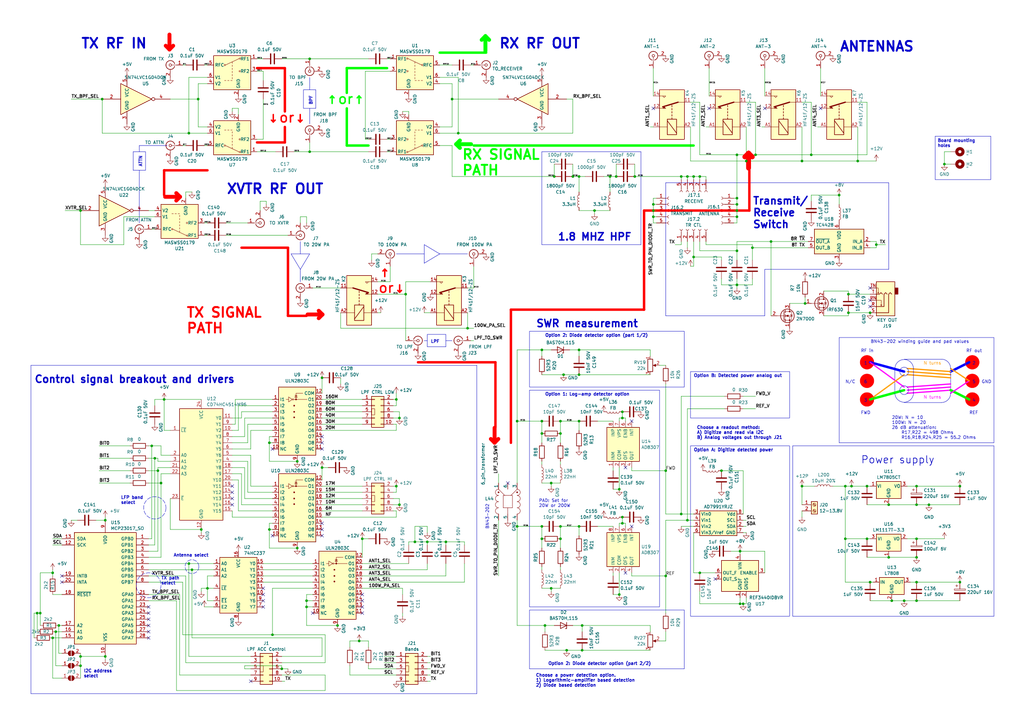
<source format=kicad_sch>
(kicad_sch (version 20230121) (generator eeschema)
  (paper "A3")
  (title_block (title "K9HZ 100W 11 Band LPF: Control board") (date "2024-02-14") (rev "V1.1") (comment 1 "Layout by OG King-KI3P") (comment 2 "Designed by WJ Schmidt-K9HZ"))
  (junction (at 356.87 128.27))
  (junction (at 78.74 233.68))
  (junction (at 279.4 210.82))
  (junction (at 132.08 191.77))
  (junction (at 267.97 86.36))
  (junction (at 255.27 214.63))
  (junction (at 222.25 143.51))
  (junction (at 316.23 99.06))
  (junction (at 255.27 168.91))
  (junction (at 356.87 238.76))
  (junction (at 308.61 101.6))
  (junction (at 243.84 86.36))
  (junction (at 370.84 246.38))
  (junction (at 162.56 163.83))
  (junction (at 62.23 182.88))
  (junction (at 347.98 128.27))
  (junction (at 21.59 234.95))
  (junction (at 381 207.01))
  (junction (at 267.97 88.9))
  (junction (at 43.18 213.36))
  (junction (at 347.98 120.65))
  (junction (at 302.26 83.82))
  (junction (at 127 24.13))
  (junction (at 132.08 154.94))
  (junction (at 355.6 199.39))
  (junction (at 170.18 222.25))
  (junction (at 375.92 207.01))
  (junction (at 375.92 246.38))
  (junction (at 77.47 231.14))
  (junction (at 63.5 187.96))
  (junction (at 229.87 172.72))
  (junction (at 284.48 72.39))
  (junction (at 238.76 256.54))
  (junction (at 237.49 143.51))
  (junction (at 254 243.84))
  (junction (at 163.83 171.45))
  (junction (at 328.93 199.39))
  (junction (at 166.37 120.65))
  (junction (at 281.94 72.39))
  (junction (at 222.25 172.72))
  (junction (at 351.79 66.04))
  (junction (at 121.92 224.79))
  (junction (at 115.57 274.32))
  (junction (at 85.09 241.3))
  (junction (at 212.09 215.9))
  (junction (at 250.19 72.39))
  (junction (at 393.7 199.39))
  (junction (at 110.49 217.17))
  (junction (at 279.4 72.39))
  (junction (at 227.33 72.39))
  (junction (at 191.77 134.62))
  (junction (at 344.17 80.01))
  (junction (at 81.28 40.64))
  (junction (at 284.48 105.41))
  (junction (at 64.77 193.04))
  (junction (at 302.26 81.28))
  (junction (at 82.55 217.17))
  (junction (at 229.87 220.98))
  (junction (at 222.25 177.8))
  (junction (at 237.49 72.39))
  (junction (at 238.76 266.7))
  (junction (at 255.27 171.45))
  (junction (at 110.49 181.61))
  (junction (at 302.26 102.87))
  (junction (at 125.73 248.92))
  (junction (at 346.71 220.98))
  (junction (at 147.32 262.89))
  (junction (at 231.14 153.67))
  (junction (at 138.43 256.54))
  (junction (at 355.6 220.98))
  (junction (at 21.59 261.62))
  (junction (at 125.73 246.38))
  (junction (at 127 62.23))
  (junction (at 393.7 238.76))
  (junction (at 41.91 40.64))
  (junction (at 237.49 215.9))
  (junction (at 237.49 172.72))
  (junction (at 364.49 228.6))
  (junction (at 33.02 269.24))
  (junction (at 148.59 220.98))
  (junction (at 328.93 66.04))
  (junction (at 16.51 251.46))
  (junction (at 387.35 67.31))
  (junction (at 375.92 228.6))
  (junction (at 234.95 72.39))
  (junction (at 267.97 83.82))
  (junction (at 375.92 238.76))
  (junction (at 364.49 207.01))
  (junction (at 273.05 193.04))
  (junction (at 163.83 207.01))
  (junction (at 33.02 86.36))
  (junction (at 43.18 269.24))
  (junction (at 375.92 199.39))
  (junction (at 302.26 116.84))
  (junction (at 237.49 153.67))
  (junction (at 33.02 273.05))
  (junction (at 295.91 193.04))
  (junction (at 375.92 220.98))
  (junction (at 226.06 198.12))
  (junction (at 306.07 66.04))
  (junction (at 255.27 212.09))
  (junction (at 67.31 163.83))
  (junction (at 66.04 198.12))
  (junction (at 254 200.66))
  (junction (at 185.42 40.64))
  (junction (at 252.73 72.39))
  (junction (at 232.41 266.7))
  (junction (at 349.25 199.39))
  (junction (at 302.26 88.9))
  (junction (at 260.35 72.39))
  (junction (at 281.94 213.36))
  (junction (at 182.88 222.25))
  (junction (at 332.74 63.5))
  (junction (at 302.26 86.36))
  (junction (at 226.06 241.3))
  (junction (at 222.25 215.9))
  (junction (at 162.56 199.39))
  (junction (at 223.52 256.54))
  (junction (at 304.8 247.65))
  (junction (at 187.96 54.61))
  (junction (at 302.26 63.5))
  (junction (at 309.88 63.5))
  (junction (at 287.02 72.39))
  (junction (at 212.09 172.72))
  (junction (at 15.24 251.46))
  (junction (at 121.92 189.23))
  (junction (at 229.87 177.8))
  (junction (at 287.02 234.95))
  (junction (at 365.76 246.38))
  (junction (at 346.71 199.39))
  (junction (at 303.53 226.06))
  (junction (at 303.53 247.65))
  (junction (at 229.87 215.9))
  (junction (at 359.41 100.33))
  (junction (at 222.25 220.98))
  (junction (at 111.76 260.35))
  (junction (at 77.47 54.61))
  (junction (at 273.05 236.22))
  (junction (at 330.2 124.46))
  (junction (at 22.86 259.08))
  (junction (at 24.13 256.54))
  (junction (at 175.26 222.25))
  (no_connect (at 107.95 246.38))
  (no_connect (at 336.55 44.45))
  (no_connect (at 128.27 251.46))
  (no_connect (at 25.4 236.22))
  (no_connect (at 25.4 238.76))
  (no_connect (at 313.69 44.45))
  (no_connect (at 290.83 44.45))
  (no_connect (at 95.25 201.93))
  (no_connect (at 60.96 259.08))
  (no_connect (at 60.96 254))
  (no_connect (at 148.59 248.92))
  (no_connect (at 132.08 184.15))
  (no_connect (at 111.76 219.71))
  (no_connect (at 60.96 248.92))
  (no_connect (at 259.08 215.9))
  (no_connect (at 95.25 199.39))
  (no_connect (at 107.95 241.3))
  (no_connect (at 132.08 179.07))
  (no_connect (at 148.59 246.38))
  (no_connect (at 102.87 279.4))
  (no_connect (at 293.37 237.49))
  (no_connect (at 267.97 44.45))
  (no_connect (at 132.08 217.17))
  (no_connect (at 132.08 181.61))
  (no_connect (at 107.95 243.84))
  (no_connect (at 208.28 198.12))
  (no_connect (at 256.54 234.95))
  (no_connect (at 95.25 204.47))
  (no_connect (at 148.59 243.84))
  (no_connect (at 259.08 172.72))
  (no_connect (at 356.87 123.19))
  (no_connect (at 107.95 248.92))
  (no_connect (at 132.08 219.71))
  (no_connect (at 111.76 184.15))
  (no_connect (at 132.08 214.63))
  (no_connect (at 356.87 125.73))
  (no_connect (at 95.25 207.01))
  (no_connect (at 148.59 251.46))
  (no_connect (at 356.87 118.11))
  (no_connect (at 60.96 256.54))
  (no_connect (at 256.54 191.77))
  (no_connect (at 60.96 261.62))
  (no_connect (at 60.96 251.46))
  (wire (pts (xy 284.48 109.22) (xy 284.48 105.41)))
  (wire (pts (xy 165.1 45.72) (xy 167.64 45.72)))
  (wire (pts (xy 370.84 246.38) (xy 375.92 246.38)))
  (wire (pts (xy 107.95 233.68) (xy 128.27 233.68)))
  (wire (pts (xy 161.29 166.37) (xy 162.56 166.37)))
  (wire (pts (xy 287.02 72.39) (xy 284.48 72.39)))
  (wire (pts (xy 304.8 213.36) (xy 306.07 213.36)))
  (wire (pts (xy 82.55 241.3) (xy 85.09 241.3)))
  (wire (pts (xy 295.91 193.04) (xy 304.8 193.04)))
  (wire (pts (xy 127 62.23) (xy 151.13 62.23)))
  (wire (pts (xy 176.53 269.24) (xy 175.26 269.24)))
  (wire (pts (xy 115.57 273.05) (xy 115.57 274.32)))
  (wire (pts (xy 328.93 209.55) (xy 328.93 212.09)))
  (wire (pts (xy 81.28 34.29) (xy 81.28 40.64)))
  (wire (pts (xy 43.18 270.51) (xy 43.18 269.24)))
  (wire (pts (xy 132.08 204.47) (xy 148.59 204.47)))
  (wire (pts (xy 185.42 72.39) (xy 227.33 72.39)))
  (wire (pts (xy 180.34 31.75) (xy 187.96 31.75)))
  (polyline (pts (xy 173.99 107.95) (xy 180.34 104.14)))
  (wire (pts (xy 302.26 116.84) (xy 308.61 116.84)))
  (wire (pts (xy 303.53 245.11) (xy 303.53 247.65)))
  (wire (pts (xy 162.56 201.93) (xy 161.29 201.93)))
  (polyline (pts (xy 325.12 182.88) (xy 325.12 252.73)))
  (wire (pts (xy 175.26 222.25) (xy 175.26 223.52)))
  (wire (pts (xy 97.79 176.53) (xy 97.79 166.37)))
  (wire (pts (xy 276.86 100.33) (xy 279.4 100.33)))
  (wire (pts (xy 110.49 224.79) (xy 121.92 224.79)))
  (wire (pts (xy 194.31 109.22) (xy 194.31 118.11)))
  (wire (pts (xy 97.79 46.99) (xy 97.79 44.45)))
  (wire (pts (xy 151.13 273.05) (xy 151.13 274.32)))
  (wire (pts (xy 347.98 129.54) (xy 347.98 128.27)))
  (polyline (pts (xy 195.58 284.48) (xy 12.7 284.48)))
  (wire (pts (xy 143.51 273.05) (xy 143.51 276.86)))
  (wire (pts (xy 222.25 220.98) (xy 222.25 224.79)))
  (polyline (pts (xy 389.89 152.4) (xy 397.51 148.59)) (stroke (width 1) (color 0 0 255 1)))
  (wire (pts (xy 250.19 72.39) (xy 252.73 72.39)))
  (wire (pts (xy 375.92 246.38) (xy 393.7 246.38)))
  (wire (pts (xy 256.54 171.45) (xy 255.27 171.45)))
  (wire (pts (xy 132.08 171.45) (xy 148.59 171.45)))
  (wire (pts (xy 60.96 231.14) (xy 77.47 231.14)))
  (wire (pts (xy 234.95 72.39) (xy 237.49 72.39)))
  (wire (pts (xy 158.75 24.13) (xy 160.02 24.13)))
  (wire (pts (xy 41.91 40.64) (xy 41.91 54.61)))
  (wire (pts (xy 125.73 256.54) (xy 125.73 248.92)))
  (wire (pts (xy 110.49 179.07) (xy 110.49 181.61)))
  (wire (pts (xy 287.02 99.06) (xy 287.02 102.87)))
  (wire (pts (xy 133.35 271.78) (xy 133.35 260.35)))
  (wire (pts (xy 255.27 214.63) (xy 254 214.63)))
  (wire (pts (xy 74.93 238.76) (xy 74.93 260.35)))
  (wire (pts (xy 162.56 163.83) (xy 162.56 166.37)))
  (wire (pts (xy 349.25 199.39) (xy 355.6 199.39)))
  (wire (pts (xy 234.95 256.54) (xy 238.76 256.54)))
  (wire (pts (xy 157.48 269.24) (xy 162.56 269.24)))
  (wire (pts (xy 270.51 149.86) (xy 273.05 149.86)))
  (wire (pts (xy 96.52 173.99) (xy 96.52 163.83)))
  (wire (pts (xy 247.65 72.39) (xy 250.19 72.39)))
  (wire (pts (xy 85.09 31.75) (xy 77.47 31.75)))
  (wire (pts (xy 40.64 198.12) (xy 53.34 198.12)))
  (wire (pts (xy 161.29 204.47) (xy 163.83 204.47)))
  (polyline (pts (xy 182.88 139.7) (xy 185.42 139.7)))
  (wire (pts (xy 303.53 226.06) (xy 303.53 227.33)))
  (wire (pts (xy 101.6 189.23) (xy 101.6 201.93)))
  (polyline (pts (xy 127 44.45) (xy 127 50.8)))
  (wire (pts (xy 64.77 191.77) (xy 69.85 191.77)))
  (wire (pts (xy 133.35 260.35) (xy 111.76 260.35)))
  (wire (pts (xy 175.26 274.32) (xy 176.53 274.32)))
  (wire (pts (xy 33.02 267.97) (xy 33.02 269.24)))
  (wire (pts (xy 364.49 207.01) (xy 375.92 207.01)))
  (wire (pts (xy 254 191.77) (xy 254 200.66)))
  (wire (pts (xy 226.06 198.12) (xy 226.06 199.39)))
  (wire (pts (xy 60.96 233.68) (xy 78.74 233.68)))
  (wire (pts (xy 232.41 266.7) (xy 238.76 266.7)))
  (wire (pts (xy 364.49 228.6) (xy 375.92 228.6)))
  (wire (pts (xy 107.95 40.64) (xy 107.95 57.15)))
  (wire (pts (xy 139.7 134.62) (xy 191.77 134.62)))
  (wire (pts (xy 102.87 199.39) (xy 111.76 199.39)))
  (wire (pts (xy 154.94 120.65) (xy 166.37 120.65)))
  (wire (pts (xy 309.88 41.91) (xy 309.88 63.5)))
  (wire (pts (xy 132.08 173.99) (xy 148.59 173.99)))
  (wire (pts (xy 226.06 241.3) (xy 229.87 241.3)))
  (wire (pts (xy 62.23 182.88) (xy 66.04 182.88)))
  (wire (pts (xy 63.5 163.83) (xy 67.31 163.83)))
  (wire (pts (xy 102.87 176.53) (xy 111.76 176.53)))
  (wire (pts (xy 128.27 243.84) (xy 125.73 243.84)))
  (wire (pts (xy 347.98 119.38) (xy 347.98 120.65)))
  (wire (pts (xy 295.91 116.84) (xy 302.26 116.84)))
  (wire (pts (xy 60.96 246.38) (xy 72.39 246.38)))
  (wire (pts (xy 162.56 163.83) (xy 161.29 163.83)))
  (wire (pts (xy 151.13 262.89) (xy 147.32 262.89)))
  (wire (pts (xy 133.35 276.86) (xy 133.35 283.21)))
  (wire (pts (xy 190.5 222.25) (xy 190.5 223.52)))
  (wire (pts (xy 212.09 215.9) (xy 222.25 215.9)))
  (wire (pts (xy 148.59 236.22) (xy 182.88 236.22)))
  (polyline (pts (xy 142.24 27.94) (xy 158.75 27.94)) (stroke (width 1) (color 0 255 0 1)))
  (wire (pts (xy 375.92 207.01) (xy 381 207.01)))
  (wire (pts (xy 132.08 191.77) (xy 134.62 191.77)))
  (wire (pts (xy 283.21 109.22) (xy 284.48 109.22)))
  (wire (pts (xy 132.08 154.94) (xy 132.08 161.29)))
  (wire (pts (xy 316.23 99.06) (xy 331.47 99.06)))
  (wire (pts (xy 161.29 209.55) (xy 162.56 209.55)))
  (wire (pts (xy 97.79 166.37) (xy 111.76 166.37)))
  (wire (pts (xy 356.87 99.06) (xy 359.41 99.06)))
  (wire (pts (xy 175.26 231.14) (xy 175.26 233.68)))
  (wire (pts (xy 127 62.23) (xy 127 58.42)))
  (wire (pts (xy 287.02 242.57) (xy 287.02 247.65)))
  (wire (pts (xy 132.08 176.53) (xy 162.56 176.53)))
  (wire (pts (xy 151.13 274.32) (xy 162.56 274.32)))
  (wire (pts (xy 154.94 115.57) (xy 160.02 115.57)))
  (wire (pts (xy 279.4 215.9) (xy 284.48 215.9)))
  (wire (pts (xy 251.46 234.95) (xy 251.46 236.22)))
  (wire (pts (xy 287.02 63.5) (xy 302.26 63.5)))
  (polyline (pts (xy 273.05 74.93) (xy 364.49 74.93)))
  (wire (pts (xy 238.76 256.54) (xy 238.76 259.08)))
  (wire (pts (xy 148.59 231.14) (xy 167.64 231.14)))
  (wire (pts (xy 95.25 209.55) (xy 95.25 212.09)))
  (wire (pts (xy 222.25 153.67) (xy 231.14 153.67)))
  (polyline (pts (xy 127 104.14) (xy 123.19 110.49)))
  (wire (pts (xy 204.47 194.31) (xy 204.47 198.12)))
  (wire (pts (xy 64.77 193.04) (xy 64.77 191.77)))
  (wire (pts (xy 359.41 101.6) (xy 356.87 101.6)))
  (wire (pts (xy 223.52 256.54) (xy 212.09 256.54)))
  (wire (pts (xy 302.26 88.9) (xy 302.26 91.44)))
  (wire (pts (xy 267.97 88.9) (xy 267.97 91.44)))
  (polyline (pts (xy 313.69 110.49) (xy 313.69 129.54)))
  (wire (pts (xy 223.52 256.54) (xy 227.33 256.54)))
  (wire (pts (xy 251.46 191.77) (xy 251.46 193.04)))
  (wire (pts (xy 100.33 179.07) (xy 100.33 171.45)))
  (wire (pts (xy 332.74 63.5) (xy 355.6 63.5)))
  (wire (pts (xy 308.61 101.6) (xy 308.61 106.68)))
  (wire (pts (xy 300.99 83.82) (xy 302.26 83.82)))
  (wire (pts (xy 33.02 273.05) (xy 33.02 278.13)))
  (polyline (pts (xy 12.7 284.48) (xy 12.7 149.86)))
  (wire (pts (xy 161.29 207.01) (xy 163.83 207.01)))
  (wire (pts (xy 170.18 215.9) (xy 170.18 222.25)))
  (wire (pts (xy 254 214.63) (xy 254 215.9)))
  (wire (pts (xy 259.08 191.77) (xy 259.08 193.04)))
  (wire (pts (xy 323.85 124.46) (xy 330.2 124.46)))
  (wire (pts (xy 105.41 57.15) (xy 107.95 57.15)))
  (wire (pts (xy 154.94 104.14) (xy 152.4 104.14)))
  (wire (pts (xy 266.7 143.51) (xy 266.7 146.05)))
  (wire (pts (xy 312.42 52.07) (xy 313.69 52.07)))
  (polyline (pts (xy 209.55 181.61) (xy 209.55 127)) (stroke (width 1) (color 255 0 0 1)))
  (wire (pts (xy 82.55 218.44) (xy 82.55 217.17)))
  (wire (pts (xy 176.53 115.57) (xy 166.37 115.57)))
  (wire (pts (xy 149.86 29.21) (xy 149.86 57.15)))
  (wire (pts (xy 185.42 59.69) (xy 180.34 59.69)))
  (wire (pts (xy 229.87 232.41) (xy 229.87 233.68)))
  (wire (pts (xy 185.42 34.29) (xy 185.42 40.64)))
  (wire (pts (xy 267.97 86.36) (xy 267.97 88.9)))
  (wire (pts (xy 281.94 99.06) (xy 281.94 101.6)))
  (wire (pts (xy 120.65 62.23) (xy 127 62.23)))
  (wire (pts (xy 95.25 173.99) (xy 96.52 173.99)))
  (wire (pts (xy 297.18 167.64) (xy 281.94 167.64)))
  (wire (pts (xy 132.08 166.37) (xy 148.59 166.37)))
  (wire (pts (xy 92.71 96.52) (xy 118.11 96.52)))
  (wire (pts (xy 309.88 63.5) (xy 332.74 63.5)))
  (wire (pts (xy 356.87 246.38) (xy 365.76 246.38)))
  (wire (pts (xy 99.06 194.31) (xy 99.06 207.01)))
  (wire (pts (xy 161.29 171.45) (xy 163.83 171.45)))
  (wire (pts (xy 295.91 114.3) (xy 295.91 116.84)))
  (wire (pts (xy 173.99 128.27) (xy 176.53 128.27)))
  (wire (pts (xy 300.99 88.9) (xy 302.26 88.9)))
  (wire (pts (xy 97.79 44.45) (xy 95.25 44.45)))
  (wire (pts (xy 83.82 59.69) (xy 85.09 59.69)))
  (wire (pts (xy 283.21 66.04) (xy 306.07 66.04)))
  (wire (pts (xy 223.52 266.7) (xy 232.41 266.7)))
  (wire (pts (xy 260.35 67.31) (xy 260.35 72.39)))
  (polyline (pts (xy 142.24 27.94) (xy 142.24 38.1)) (stroke (width 1) (color 0 255 0 1)))
  (wire (pts (xy 284.48 72.39) (xy 284.48 73.66)))
  (wire (pts (xy 245.11 215.9) (xy 251.46 215.9)))
  (wire (pts (xy 81.28 40.64) (xy 81.28 52.07)))
  (wire (pts (xy 180.34 26.67) (xy 185.42 26.67)))
  (wire (pts (xy 267.97 83.82) (xy 269.24 83.82)))
  (wire (pts (xy 125.73 243.84) (xy 125.73 246.38)))
  (wire (pts (xy 328.93 199.39) (xy 328.93 207.01)))
  (wire (pts (xy 289.56 99.06) (xy 289.56 100.33)))
  (wire (pts (xy 287.02 247.65) (xy 303.53 247.65)))
  (wire (pts (xy 132.08 209.55) (xy 148.59 209.55)))
  (wire (pts (xy 95.25 191.77) (xy 100.33 191.77)))
  (wire (pts (xy 222.25 172.72) (xy 222.25 177.8)))
  (wire (pts (xy 306.07 52.07) (xy 306.07 66.04)))
  (wire (pts (xy 165.1 251.46) (xy 165.1 252.73)))
  (wire (pts (xy 148.59 241.3) (xy 165.1 241.3)))
  (wire (pts (xy 67.31 163.83) (xy 82.55 163.83)))
  (wire (pts (xy 302.26 102.87) (xy 302.26 106.68)))
  (wire (pts (xy 237.49 153.67) (xy 266.7 153.67)))
  (wire (pts (xy 148.59 220.98) (xy 148.59 228.6)))
  (polyline (pts (xy 372.11 153.67) (xy 389.89 154.94)) (stroke (width 0.5) (color 255 153 0 1)))
  (wire (pts (xy 143.51 262.89) (xy 147.32 262.89)))
  (polyline (pts (xy 407.67 182.88) (xy 407.67 252.73)))
  (wire (pts (xy 243.84 86.36) (xy 250.19 86.36)))
  (wire (pts (xy 99.06 207.01) (xy 111.76 207.01)))
  (polyline (pts (xy 389.89 160.02) (xy 397.51 163.83)) (stroke (width 1) (color 0 255 0 1)))
  (wire (pts (xy 138.43 256.54) (xy 125.73 256.54)))
  (wire (pts (xy 161.29 173.99) (xy 162.56 173.99)))
  (wire (pts (xy 204.47 213.36) (xy 204.47 236.22)))
  (wire (pts (xy 76.2 78.74) (xy 78.74 78.74)))
  (wire (pts (xy 163.83 204.47) (xy 163.83 207.01)))
  (polyline (pts (xy 173.99 100.33) (xy 180.34 104.14)))
  (wire (pts (xy 266.7 256.54) (xy 266.7 259.08)))
  (wire (pts (xy 229.87 172.72) (xy 229.87 177.8)))
  (wire (pts (xy 100.33 204.47) (xy 111.76 204.47)))
  (wire (pts (xy 151.13 265.43) (xy 151.13 262.89)))
  (wire (pts (xy 295.91 105.41) (xy 295.91 106.68)))
  (wire (pts (xy 60.96 223.52) (xy 63.5 223.52)))
  (wire (pts (xy 328.93 41.91) (xy 332.74 41.91)))
  (polyline (pts (xy 370.84 147.32) (xy 386.08 147.32)))
  (wire (pts (xy 355.6 228.6) (xy 364.49 228.6)))
  (wire (pts (xy 304.8 162.56) (xy 309.88 162.56)))
  (wire (pts (xy 229.87 172.72) (xy 237.49 172.72)))
  (wire (pts (xy 304.8 247.65) (xy 306.07 247.65)))
  (wire (pts (xy 256.54 214.63) (xy 255.27 214.63)))
  (wire (pts (xy 227.33 67.31) (xy 227.33 72.39)))
  (polyline (pts (xy 118.11 129.54) (xy 125.73 129.54)) (stroke (width 1) (color 255 0 0 1)))
  (wire (pts (xy 355.6 207.01) (xy 364.49 207.01)))
  (wire (pts (xy 60.96 198.12) (xy 66.04 198.12)))
  (wire (pts (xy 21.59 220.98) (xy 25.4 220.98)))
  (wire (pts (xy 102.87 184.15) (xy 102.87 176.53)))
  (polyline (pts (xy 116.84 52.07) (xy 116.84 58.42)) (stroke (width 1) (color 255 0 0 1)))
  (wire (pts (xy 237.49 143.51) (xy 237.49 146.05)))
  (wire (pts (xy 229.87 215.9) (xy 237.49 215.9)))
  (wire (pts (xy 273.05 193.04) (xy 273.05 210.82)))
  (wire (pts (xy 389.89 62.23) (xy 387.35 62.23)))
  (wire (pts (xy 85.09 241.3) (xy 87.63 241.3)))
  (wire (pts (xy 74.93 59.69) (xy 76.2 59.69)))
  (wire (pts (xy 222.25 241.3) (xy 226.06 241.3)))
  (polyline (pts (xy 195.58 149.86) (xy 195.58 284.48)))
  (wire (pts (xy 346.71 220.98) (xy 355.6 220.98)))
  (polyline (pts (xy 99.06 101.6) (xy 118.11 101.6)) (stroke (width 1) (color 255 0 0 1)))
  (wire (pts (xy 346.71 238.76) (xy 356.87 238.76)))
  (wire (pts (xy 165.1 241.3) (xy 165.1 243.84)))
  (wire (pts (xy 194.31 139.7) (xy 193.04 139.7)))
  (wire (pts (xy 363.22 100.33) (xy 359.41 100.33)))
  (wire (pts (xy 269.24 81.28) (xy 267.97 81.28)))
  (wire (pts (xy 132.08 191.77) (xy 132.08 196.85)))
  (wire (pts (xy 287.02 234.95) (xy 284.48 234.95)))
  (wire (pts (xy 238.76 256.54) (xy 266.7 256.54)))
  (wire (pts (xy 40.64 182.88) (xy 53.34 182.88)))
  (wire (pts (xy 110.49 181.61) (xy 111.76 181.61)))
  (wire (pts (xy 284.48 105.41) (xy 295.91 105.41)))
  (wire (pts (xy 15.24 259.08) (xy 15.24 251.46)))
  (wire (pts (xy 365.76 246.38) (xy 370.84 246.38)))
  (wire (pts (xy 237.49 215.9) (xy 237.49 219.71)))
  (wire (pts (xy 300.99 81.28) (xy 302.26 81.28)))
  (wire (pts (xy 128.27 246.38) (xy 125.73 246.38)))
  (wire (pts (xy 328.93 66.04) (xy 351.79 66.04)))
  (wire (pts (xy 212.09 172.72) (xy 212.09 198.12)))
  (wire (pts (xy 238.76 266.7) (xy 266.7 266.7)))
  (wire (pts (xy 372.11 220.98) (xy 375.92 220.98)))
  (wire (pts (xy 306.07 247.65) (xy 306.07 245.11)))
  (wire (pts (xy 226.06 241.3) (xy 226.06 242.57)))
  (wire (pts (xy 60.96 193.04) (xy 64.77 193.04)))
  (wire (pts (xy 116.84 279.4) (xy 115.57 279.4)))
  (wire (pts (xy 306.07 218.44) (xy 304.8 218.44)))
  (wire (pts (xy 337.82 129.54) (xy 347.98 129.54)))
  (wire (pts (xy 237.49 72.39) (xy 240.03 72.39)))
  (wire (pts (xy 175.26 276.86) (xy 176.53 276.86)))
  (wire (pts (xy 148.59 220.98) (xy 151.13 220.98)))
  (wire (pts (xy 107.95 29.21) (xy 107.95 33.02)))
  (polyline (pts (xy 273.05 129.54) (xy 273.05 74.93)))
  (wire (pts (xy 69.85 217.17) (xy 69.85 204.47)))
  (wire (pts (xy 143.51 276.86) (xy 162.56 276.86)))
  (polyline (pts (xy 364.49 74.93) (xy 364.49 110.49)))
  (wire (pts (xy 85.09 246.38) (xy 87.63 246.38)))
  (wire (pts (xy 297.18 162.56) (xy 279.4 162.56)))
  (wire (pts (xy 151.13 57.15) (xy 149.86 57.15)))
  (wire (pts (xy 267.97 91.44) (xy 269.24 91.44)))
  (wire (pts (xy 303.53 247.65) (xy 304.8 247.65)))
  (wire (pts (xy 176.53 271.78) (xy 175.26 271.78)))
  (wire (pts (xy 287.02 41.91) (xy 287.02 63.5)))
  (wire (pts (xy 293.37 234.95) (xy 287.02 234.95)))
  (wire (pts (xy 287.02 102.87) (xy 302.26 102.87)))
  (wire (pts (xy 349.25 199.39) (xy 346.71 199.39)))
  (wire (pts (xy 222.25 172.72) (xy 212.09 172.72)))
  (wire (pts (xy 157.48 271.78) (xy 162.56 271.78)))
  (wire (pts (xy 105.41 24.13) (xy 107.95 24.13)))
  (wire (pts (xy 234.95 67.31) (xy 234.95 72.39)))
  (polyline (pts (xy 370.84 160.02) (xy 356.87 163.83)) (stroke (width 1) (color 0 255 0 1)))
  (polyline (pts (xy 356.87 163.83) (xy 370.84 153.67)) (stroke (width 0.5) (color 255 153 0 1)))
  (wire (pts (xy 102.87 186.69) (xy 102.87 199.39)))
  (wire (pts (xy 387.35 67.31) (xy 389.89 67.31)))
  (wire (pts (xy 78.74 261.62) (xy 78.74 233.68)))
  (wire (pts (xy 302.26 81.28) (xy 302.26 83.82)))
  (wire (pts (xy 81.28 52.07) (xy 85.09 52.07)))
  (wire (pts (xy 83.82 248.92) (xy 87.63 248.92)))
  (wire (pts (xy 128.27 118.11) (xy 139.7 118.11)))
  (wire (pts (xy 256.54 172.72) (xy 256.54 171.45)))
  (polyline (pts (xy 116.84 27.94) (xy 116.84 45.72)) (stroke (width 1) (color 255 0 0 1)))
  (wire (pts (xy 302.26 63.5) (xy 302.26 81.28)))
  (wire (pts (xy 182.88 222.25) (xy 175.26 222.25)))
  (polyline (pts (xy 356.87 148.59) (xy 370.84 158.75)) (stroke (width 0.5) (color 255 0 255 1)))
  (wire (pts (xy 190.5 231.14) (xy 190.5 238.76)))
  (wire (pts (xy 328.93 52.07) (xy 328.93 66.04)))
  (wire (pts (xy 132.08 168.91) (xy 148.59 168.91)))
  (wire (pts (xy 25.4 267.97) (xy 24.13 267.97)))
  (wire (pts (xy 289.56 73.66) (xy 289.56 72.39)))
  (wire (pts (xy 283.21 41.91) (xy 287.02 41.91)))
  (wire (pts (xy 187.96 54.61) (xy 180.34 54.61)))
  (wire (pts (xy 78.74 233.68) (xy 87.63 233.68)))
  (wire (pts (xy 289.56 52.07) (xy 290.83 52.07)))
  (wire (pts (xy 100.33 273.05) (xy 115.57 273.05)))
  (wire (pts (xy 60.96 238.76) (xy 74.93 238.76)))
  (wire (pts (xy 284.48 99.06) (xy 284.48 105.41)))
  (wire (pts (xy 60.96 187.96) (xy 63.5 187.96)))
  (wire (pts (xy 60.96 220.98) (xy 62.23 220.98)))
  (wire (pts (xy 355.6 220.98) (xy 356.87 220.98)))
  (polyline (pts (xy 151.13 59.69) (xy 142.24 59.69)) (stroke (width 1) (color 0 255 0 1)))
  (wire (pts (xy 95.25 186.69) (xy 102.87 186.69)))
  (wire (pts (xy 182.88 231.14) (xy 182.88 236.22)))
  (wire (pts (xy 351.79 66.04) (xy 359.41 66.04)))
  (wire (pts (xy 260.35 72.39) (xy 279.4 72.39)))
  (wire (pts (xy 289.56 100.33) (xy 308.61 100.33)))
  (wire (pts (xy 332.74 41.91) (xy 332.74 63.5)))
  (wire (pts (xy 66.04 186.69) (xy 69.85 186.69)))
  (wire (pts (xy 127 24.13) (xy 151.13 24.13)))
  (wire (pts (xy 132.08 201.93) (xy 148.59 201.93)))
  (wire (pts (xy 267.97 81.28) (xy 267.97 83.82)))
  (wire (pts (xy 16.51 234.95) (xy 21.59 234.95)))
  (wire (pts (xy 306.07 41.91) (xy 309.88 41.91)))
  (wire (pts (xy 95.25 176.53) (xy 97.79 176.53)))
  (wire (pts (xy 160.02 29.21) (xy 149.86 29.21)))
  (wire (pts (xy 375.92 220.98) (xy 387.35 220.98)))
  (wire (pts (xy 161.29 168.91) (xy 163.83 168.91)))
  (wire (pts (xy 341.63 199.39) (xy 346.71 199.39)))
  (wire (pts (xy 223.52 256.54) (xy 223.52 259.08)))
  (wire (pts (xy 67.31 176.53) (xy 67.31 163.83)))
  (wire (pts (xy 101.6 173.99) (xy 111.76 173.99)))
  (wire (pts (xy 115.57 24.13) (xy 127 24.13)))
  (wire (pts (xy 304.8 167.64) (xy 309.88 167.64)))
  (wire (pts (xy 332.74 80.01) (xy 344.17 80.01)))
  (wire (pts (xy 273.05 213.36) (xy 281.94 213.36)))
  (wire (pts (xy 281.94 167.64) (xy 281.94 213.36)))
  (polyline (pts (xy 307.34 69.85) (xy 307.34 86.36)) (stroke (width 1) (color 255 0 0 1)))
  (wire (pts (xy 175.26 215.9) (xy 170.18 215.9)))
  (wire (pts (xy 66.04 198.12) (xy 66.04 194.31)))
  (wire (pts (xy 185.42 59.69) (xy 185.42 72.39)))
  (wire (pts (xy 182.88 222.25) (xy 182.88 223.52)))
  (wire (pts (xy 110.49 217.17) (xy 110.49 224.79)))
  (wire (pts (xy 85.09 241.3) (xy 85.09 246.38)))
  (wire (pts (xy 355.6 199.39) (xy 356.87 199.39)))
  (wire (pts (xy 300.99 86.36) (xy 302.26 86.36)))
  (wire (pts (xy 273.05 157.48) (xy 273.05 193.04)))
  (wire (pts (xy 83.82 26.67) (xy 85.09 26.67)))
  (wire (pts (xy 39.37 213.36) (xy 43.18 213.36)))
  (wire (pts (xy 33.02 100.33) (xy 50.8 100.33)))
  (wire (pts (xy 83.82 91.44) (xy 85.09 91.44)))
  (polyline (pts (xy 85.09 69.85) (xy 67.31 69.85)) (stroke (width 1) (color 255 0 0 1)))
  (wire (pts (xy 64.77 226.06) (xy 64.77 193.04)))
  (polyline (pts (xy 127 31.75) (xy 127 36.83)))
  (polyline (pts (xy 173.99 139.7) (xy 175.26 139.7)))
  (wire (pts (xy 63.5 187.96) (xy 64.77 187.96)))
  (polyline (pts (xy 367.03 151.13) (xy 367.03 161.29)))
  (wire (pts (xy 107.95 236.22) (xy 128.27 236.22)))
  (wire (pts (xy 123.19 91.44) (xy 123.19 88.9)))
  (wire (pts (xy 99.06 168.91) (xy 111.76 168.91)))
  (wire (pts (xy 95.25 196.85) (xy 97.79 196.85)))
  (wire (pts (xy 232.41 40.64) (xy 234.95 40.64)))
  (wire (pts (xy 245.11 172.72) (xy 251.46 172.72)))
  (wire (pts (xy 284.48 234.95) (xy 284.48 218.44)))
  (wire (pts (xy 252.73 67.31) (xy 252.73 72.39)))
  (wire (pts (xy 60.96 226.06) (xy 64.77 226.06)))
  (wire (pts (xy 106.68 82.55) (xy 106.68 86.36)))
  (wire (pts (xy 33.02 269.24) (xy 43.18 269.24)))
  (wire (pts (xy 302.26 116.84) (xy 302.26 118.11)))
  (wire (pts (xy 85.09 236.22) (xy 85.09 241.3)))
  (wire (pts (xy 204.47 40.64) (xy 185.42 40.64)))
  (wire (pts (xy 72.39 283.21) (xy 72.39 246.38)))
  (wire (pts (xy 289.56 72.39) (xy 287.02 72.39)))
  (wire (pts (xy 344.17 80.01) (xy 344.17 83.82)))
  (wire (pts (xy 306.07 66.04) (xy 328.93 66.04)))
  (polyline (pts (xy 57.15 59.69) (xy 68.58 59.69)))
  (wire (pts (xy 139.7 157.48) (xy 139.7 154.94)))
  (wire (pts (xy 82.55 217.17) (xy 69.85 217.17)))
  (polyline (pts (xy 105.41 27.94) (xy 116.84 27.94)) (stroke (width 1) (color 255 0 0 1)))
  (wire (pts (xy 270.51 262.89) (xy 273.05 262.89)))
  (wire (pts (xy 109.22 82.55) (xy 106.68 82.55)))
  (polyline (pts (xy 203.2 148.59) (xy 203.2 175.26)) (stroke (width 1) (color 255 0 0 1)))
  (wire (pts (xy 77.47 269.24) (xy 77.47 231.14)))
  (wire (pts (xy 148.59 238.76) (xy 190.5 238.76)))
  (wire (pts (xy 69.85 176.53) (xy 67.31 176.53)))
  (wire (pts (xy 346.71 199.39) (xy 346.71 220.98)))
  (polyline (pts (xy 209.55 127) (xy 264.16 127)) (stroke (width 1) (color 255 0 0 1)))
  (polyline (pts (xy 364.49 110.49) (xy 313.69 110.49)))
  (wire (pts (xy 95.25 184.15) (xy 102.87 184.15)))
  (wire (pts (xy 237.49 86.36) (xy 243.84 86.36)))
  (wire (pts (xy 162.56 199.39) (xy 162.56 201.93)))
  (polyline (pts (xy 180.34 104.14) (xy 191.77 104.14)))
  (wire (pts (xy 212.09 172.72) (xy 212.09 143.51)))
  (wire (pts (xy 43.18 212.09) (xy 43.18 213.36)))
  (polyline (pts (xy 142.24 44.45) (xy 142.24 59.69)) (stroke (width 1) (color 0 255 0 1)))
  (wire (pts (xy 229.87 215.9) (xy 229.87 220.98)))
  (wire (pts (xy 62.23 93.98) (xy 63.5 93.98)))
  (wire (pts (xy 229.87 220.98) (xy 229.87 224.79)))
  (wire (pts (xy 25.4 273.05) (xy 22.86 273.05)))
  (wire (pts (xy 267.97 86.36) (xy 269.24 86.36)))
  (wire (pts (xy 170.18 222.25) (xy 167.64 222.25)))
  (polyline (pts (xy 123.19 99.06) (xy 123.19 104.14)))
  (wire (pts (xy 74.93 260.35) (xy 111.76 260.35)))
  (wire (pts (xy 212.09 213.36) (xy 212.09 215.9)))
  (wire (pts (xy 125.73 246.38) (xy 125.73 248.92)))
  (wire (pts (xy 190.5 222.25) (xy 182.88 222.25)))
  (wire (pts (xy 109.22 82.55) (xy 109.22 83.82)))
  (wire (pts (xy 62.23 182.88) (xy 62.23 220.98)))
  (polyline (pts (xy 372.11 151.13) (xy 389.89 152.4)) (stroke (width 0.5) (color 255 153 0 1)))
  (wire (pts (xy 115.57 271.78) (xy 133.35 271.78)))
  (wire (pts (xy 83.82 96.52) (xy 85.09 96.52)))
  (wire (pts (xy 191.77 134.62) (xy 191.77 128.27)))
  (wire (pts (xy 273.05 251.46) (xy 273.05 236.22)))
  (wire (pts (xy 254 171.45) (xy 254 172.72)))
  (wire (pts (xy 256.54 215.9) (xy 256.54 214.63)))
  (wire (pts (xy 347.98 128.27) (xy 356.87 128.27)))
  (polyline (pts (xy 173.99 107.95) (xy 173.99 100.33)))
  (wire (pts (xy 21.59 243.84) (xy 25.4 243.84)))
  (wire (pts (xy 100.33 191.77) (xy 100.33 204.47)))
  (polyline (pts (xy 370.84 152.4) (xy 356.87 148.59)) (stroke (width 1) (color 0 0 255 1)))
  (wire (pts (xy 60.96 243.84) (xy 73.66 243.84)))
  (wire (pts (xy 13.97 251.46) (xy 15.24 251.46)))
  (wire (pts (xy 50.8 100.33) (xy 50.8 88.9)))
  (wire (pts (xy 222.25 189.23) (xy 222.25 190.5)))
  (wire (pts (xy 66.04 182.88) (xy 66.04 186.69)))
  (wire (pts (xy 180.34 34.29) (xy 185.42 34.29)))
  (wire (pts (xy 21.59 278.13) (xy 21.59 261.62)))
  (wire (pts (xy 226.06 198.12) (xy 229.87 198.12)))
  (polyline (pts (xy 12.7 149.86) (xy 195.58 149.86)))
  (wire (pts (xy 222.25 198.12) (xy 226.06 198.12)))
  (wire (pts (xy 21.59 261.62) (xy 25.4 261.62)))
  (wire (pts (xy 139.7 128.27) (xy 139.7 134.62)))
  (wire (pts (xy 302.26 99.06) (xy 316.23 99.06)))
  (wire (pts (xy 237.49 72.39) (xy 237.49 78.74)))
  (wire (pts (xy 132.08 207.01) (xy 148.59 207.01)))
  (wire (pts (xy 95.25 181.61) (xy 101.6 181.61)))
  (wire (pts (xy 259.08 234.95) (xy 259.08 236.22)))
  (wire (pts (xy 95.25 179.07) (xy 100.33 179.07)))
  (polyline (pts (xy 222.25 62.23) (xy 262.89 62.23)))
  (wire (pts (xy 372.11 199.39) (xy 375.92 199.39)))
  (polyline (pts (xy 389.89 161.29) (xy 397.51 156.21)) (stroke (width 0.5) (color 255 0 255 1)))
  (wire (pts (xy 212.09 143.51) (xy 222.25 143.51)))
  (wire (pts (xy 231.14 153.67) (xy 237.49 153.67)))
  (wire (pts (xy 302.26 63.5) (xy 309.88 63.5)))
  (wire (pts (xy 229.87 177.8) (xy 229.87 181.61)))
  (wire (pts (xy 194.31 134.62) (xy 191.77 134.62)))
  (wire (pts (xy 26.67 86.36) (xy 33.02 86.36)))
  (wire (pts (xy 22.86 259.08) (xy 25.4 259.08)))
  (wire (pts (xy 283.21 52.07) (xy 283.21 66.04)))
  (wire (pts (xy 125.73 248.92) (xy 128.27 248.92)))
  (wire (pts (xy 77.47 31.75) (xy 77.47 54.61)))
  (polyline (pts (xy 162.56 104.14) (xy 173.99 104.14)))
  (wire (pts (xy 63.5 166.37) (xy 63.5 163.83)))
  (wire (pts (xy 125.73 88.9) (xy 125.73 91.44)))
  (polyline (pts (xy 57.15 62.23) (xy 57.15 59.69)))
  (wire (pts (xy 387.35 62.23) (xy 387.35 67.31)))
  (wire (pts (xy 132.08 269.24) (xy 132.08 261.62)))
  (wire (pts (xy 175.26 222.25) (xy 170.18 222.25)))
  (wire (pts (xy 337.82 119.38) (xy 347.98 119.38)))
  (wire (pts (xy 250.19 72.39) (xy 250.19 78.74)))
  (wire (pts (xy 87.63 236.22) (xy 85.09 236.22)))
  (polyline (pts (xy 374.65 151.13) (xy 374.65 161.29)))
  (wire (pts (xy 15.24 251.46) (xy 16.51 251.46)))
  (wire (pts (xy 107.95 231.14) (xy 128.27 231.14)))
  (wire (pts (xy 302.26 99.06) (xy 302.26 102.87)))
  (wire (pts (xy 302.26 86.36) (xy 302.26 88.9)))
  (wire (pts (xy 193.04 26.67) (xy 194.31 26.67)))
  (wire (pts (xy 234.95 54.61) (xy 187.96 54.61)))
  (polyline (pts (xy 325.12 182.88) (xy 407.67 182.88)))
  (wire (pts (xy 60.96 86.36) (xy 63.5 86.36)))
  (wire (pts (xy 375.92 238.76) (xy 393.7 238.76)))
  (wire (pts (xy 304.8 193.04) (xy 304.8 210.82)))
  (wire (pts (xy 229.87 189.23) (xy 229.87 190.5)))
  (wire (pts (xy 212.09 256.54) (xy 212.09 215.9)))
  (wire (pts (xy 273.05 210.82) (xy 279.4 210.82)))
  (wire (pts (xy 66.04 194.31) (xy 69.85 194.31)))
  (wire (pts (xy 375.92 199.39) (xy 393.7 199.39)))
  (polyline (pts (xy 407.67 252.73) (xy 325.12 252.73)))
  (wire (pts (xy 281.94 72.39) (xy 281.94 73.66)))
  (wire (pts (xy 176.53 279.4) (xy 175.26 279.4)))
  (wire (pts (xy 100.33 171.45) (xy 111.76 171.45)))
  (wire (pts (xy 101.6 201.93) (xy 111.76 201.93)))
  (wire (pts (xy 332.74 82.55) (xy 332.74 80.01)))
  (polyline (pts (xy 105.41 58.42) (xy 116.84 58.42)) (stroke (width 1) (color 255 0 0 1)))
  (wire (pts (xy 287.02 72.39) (xy 287.02 73.66)))
  (wire (pts (xy 40.64 193.04) (xy 53.34 193.04)))
  (wire (pts (xy 13.97 261.62) (xy 13.97 251.46)))
  (wire (pts (xy 273.05 236.22) (xy 273.05 213.36)))
  (wire (pts (xy 24.13 256.54) (xy 25.4 256.54)))
  (wire (pts (xy 82.55 241.3) (xy 82.55 242.57)))
  (wire (pts (xy 16.51 256.54) (xy 16.51 251.46)))
  (wire (pts (xy 234.95 40.64) (xy 234.95 54.61)))
  (wire (pts (xy 22.86 273.05) (xy 22.86 259.08)))
  (polyline (pts (xy 171.45 148.59) (xy 203.2 148.59)) (stroke (width 1) (color 255 0 0 1)))
  (wire (pts (xy 308.61 100.33) (xy 308.61 101.6)))
  (wire (pts (xy 152.4 104.14) (xy 152.4 106.68)))
  (polyline (pts (xy 118.11 101.6) (xy 118.11 129.54)) (stroke (width 1) (color 255 0 0 1)))
  (wire (pts (xy 381 207.01) (xy 393.7 207.01)))
  (wire (pts (xy 306.07 215.9) (xy 304.8 215.9)))
  (wire (pts (xy 267.97 88.9) (xy 269.24 88.9)))
  (wire (pts (xy 63.5 223.52) (xy 63.5 187.96)))
  (wire (pts (xy 166.37 115.57) (xy 166.37 120.65)))
  (wire (pts (xy 85.09 34.29) (xy 81.28 34.29)))
  (wire (pts (xy 222.25 232.41) (xy 222.25 233.68)))
  (polyline (pts (xy 389.89 151.13) (xy 397.51 156.21)) (stroke (width 0.5) (color 255 153 0 1)))
  (wire (pts (xy 243.84 86.36) (xy 243.84 87.63)))
  (wire (pts (xy 111.76 214.63) (xy 110.49 214.63)))
  (wire (pts (xy 302.26 83.82) (xy 302.26 86.36)))
  (wire (pts (xy 110.49 181.61) (xy 110.49 189.23)))
  (wire (pts (xy 222.25 143.51) (xy 222.25 146.05)))
  (wire (pts (xy 25.4 278.13) (xy 21.59 278.13)))
  (wire (pts (xy 133.35 283.21) (xy 72.39 283.21)))
  (wire (pts (xy 267.97 27.94) (xy 267.97 39.37)))
  (wire (pts (xy 107.95 238.76) (xy 128.27 238.76)))
  (wire (pts (xy 64.77 187.96) (xy 64.77 189.23)))
  (wire (pts (xy 16.51 251.46) (xy 16.51 234.95)))
  (wire (pts (xy 77.47 269.24) (xy 102.87 269.24)))
  (wire (pts (xy 132.08 199.39) (xy 148.59 199.39)))
  (wire (pts (xy 33.02 86.36) (xy 33.02 100.33)))
  (wire (pts (xy 40.64 187.96) (xy 53.34 187.96)))
  (wire (pts (xy 100.33 274.32) (xy 100.33 273.05)))
  (wire (pts (xy 96.52 163.83) (xy 111.76 163.83)))
  (wire (pts (xy 95.25 171.45) (xy 99.06 171.45)))
  (wire (pts (xy 69.85 40.64) (xy 81.28 40.64)))
  (wire (pts (xy 162.56 161.29) (xy 162.56 163.83)))
  (wire (pts (xy 233.68 143.51) (xy 237.49 143.51)))
  (wire (pts (xy 351.79 66.04) (xy 351.79 52.07)))
  (polyline (pts (xy 389.89 151.13) (xy 389.89 161.29)))
  (wire (pts (xy 24.13 267.97) (xy 24.13 256.54)))
  (wire (pts (xy 222.25 143.51) (xy 226.06 143.51)))
  (wire (pts (xy 185.42 52.07) (xy 180.34 52.07)))
  (wire (pts (xy 259.08 236.22) (xy 273.05 236.22)))
  (wire (pts (xy 101.6 181.61) (xy 101.6 173.99)))
  (wire (pts (xy 111.76 241.3) (xy 128.27 241.3)))
  (wire (pts (xy 356.87 238.76) (xy 358.14 238.76)))
  (polyline (pts (xy 264.16 86.36) (xy 264.16 127)) (stroke (width 1) (color 255 0 0 1)))
  (polyline (pts (xy 372.11 161.29) (xy 389.89 160.02)) (stroke (width 0.5) (color 255 0 255 1)))
  (wire (pts (xy 115.57 276.86) (xy 133.35 276.86)))
  (wire (pts (xy 97.79 209.55) (xy 111.76 209.55)))
  (wire (pts (xy 64.77 189.23) (xy 69.85 189.23)))
  (wire (pts (xy 255.27 212.09) (xy 255.27 214.63)))
  (wire (pts (xy 302.26 91.44) (xy 300.99 91.44)))
  (wire (pts (xy 281.94 213.36) (xy 284.48 213.36)))
  (wire (pts (xy 21.59 233.68) (xy 21.59 234.95)))
  (wire (pts (xy 110.49 217.17) (xy 111.76 217.17)))
  (wire (pts (xy 346.71 220.98) (xy 346.71 238.76)))
  (polyline (pts (xy 222.25 62.23) (xy 222.25 100.33)))
  (wire (pts (xy 194.31 118.11) (xy 191.77 118.11)))
  (wire (pts (xy 156.21 128.27) (xy 154.94 128.27)))
  (wire (pts (xy 102.87 274.32) (xy 100.33 274.32)))
  (wire (pts (xy 111.76 260.35) (xy 111.76 241.3)))
  (wire (pts (xy 290.83 27.94) (xy 290.83 39.37)))
  (wire (pts (xy 359.41 99.06) (xy 359.41 100.33)))
  (wire (pts (xy 313.69 27.94) (xy 313.69 39.37)))
  (wire (pts (xy 73.66 276.86) (xy 73.66 243.84)))
  (polyline (pts (xy 119.38 104.14) (xy 127 104.14)))
  (wire (pts (xy 60.96 182.88) (xy 62.23 182.88)))
  (wire (pts (xy 237.49 143.51) (xy 266.7 143.51)))
  (wire (pts (xy 148.59 233.68) (xy 175.26 233.68)))
  (wire (pts (xy 123.19 88.9) (xy 125.73 88.9)))
  (wire (pts (xy 254 200.66) (xy 251.46 200.66)))
  (wire (pts (xy 359.41 100.33) (xy 359.41 101.6)))
  (wire (pts (xy 299.72 226.06) (xy 303.53 226.06)))
  (wire (pts (xy 254 243.84) (xy 251.46 243.84)))
  (wire (pts (xy 166.37 120.65) (xy 166.37 139.7)))
  (wire (pts (xy 279.4 210.82) (xy 284.48 210.82)))
  (polyline (pts (xy 142.24 27.94) (xy 142.24 27.94)) (stroke (width 1) (color 0 255 0 1)))
  (polyline (pts (xy 372.11 160.02) (xy 389.89 158.75)) (stroke (width 0.5) (color 255 0 255 1)))
  (wire (pts (xy 60.96 236.22) (xy 76.2 236.22)))
  (wire (pts (xy 111.76 179.07) (xy 110.49 179.07)))
  (wire (pts (xy 254 234.95) (xy 254 243.84)))
  (wire (pts (xy 95.25 212.09) (xy 111.76 212.09)))
  (wire (pts (xy 237.49 172.72) (xy 237.49 176.53)))
  (wire (pts (xy 105.41 29.21) (xy 107.95 29.21)))
  (wire (pts (xy 160.02 115.57) (xy 160.02 109.22)))
  (wire (pts (xy 158.75 62.23) (xy 160.02 62.23)))
  (polyline (pts (xy 123.19 110.49) (xy 123.19 115.57)))
  (wire (pts (xy 185.42 40.64) (xy 185.42 52.07)))
  (wire (pts (xy 99.06 171.45) (xy 99.06 168.91)))
  (polyline (pts (xy 57.15 69.85) (xy 57.15 91.44)))
  (wire (pts (xy 95.25 189.23) (xy 101.6 189.23)))
  (wire (pts (xy 255.27 171.45) (xy 254 171.45)))
  (wire (pts (xy 115.57 274.32) (xy 118.11 274.32)))
  (wire (pts (xy 115.57 269.24) (xy 132.08 269.24)))
  (wire (pts (xy 313.69 234.95) (xy 313.69 226.06)))
  (wire (pts (xy 29.21 40.64) (xy 41.91 40.64)))
  (wire (pts (xy 279.4 72.39) (xy 279.4 73.66)))
  (wire (pts (xy 76.2 236.22) (xy 76.2 271.78)))
  (wire (pts (xy 158.75 57.15) (xy 160.02 57.15)))
  (wire (pts (xy 95.25 44.45) (xy 95.25 45.72)))
  (wire (pts (xy 281.94 72.39) (xy 279.4 72.39)))
  (polyline (pts (xy 262.89 100.33) (xy 222.25 100.33)))
  (wire (pts (xy 73.66 276.86) (xy 102.87 276.86)))
  (wire (pts (xy 255.27 168.91) (xy 255.27 171.45)))
  (wire (pts (xy 60.96 228.6) (xy 66.04 228.6)))
  (wire (pts (xy 308.61 116.84) (xy 308.61 114.3)))
  (wire (pts (xy 279.4 100.33) (xy 279.4 99.06)))
  (wire (pts (xy 187.96 31.75) (xy 187.96 54.61)))
  (wire (pts (xy 163.83 168.91) (xy 163.83 171.45)))
  (wire (pts (xy 330.2 121.92) (xy 330.2 124.46)))
  (wire (pts (xy 347.98 120.65) (xy 356.87 120.65)))
  (wire (pts (xy 110.49 189.23) (xy 121.92 189.23)))
  (wire (pts (xy 132.08 212.09) (xy 162.56 212.09)))
  (wire (pts (xy 316.23 129.54) (xy 316.23 99.06)))
  (wire (pts (xy 77.47 231.14) (xy 87.63 231.14)))
  (wire (pts (xy 41.91 54.61) (xy 77.47 54.61)))
  (wire (pts (xy 74.93 26.67) (xy 76.2 26.67)))
  (wire (pts (xy 222.25 177.8) (xy 222.25 181.61)))
  (wire (pts (xy 29.21 213.36) (xy 31.75 213.36)))
  (wire (pts (xy 21.59 223.52) (xy 25.4 223.52)))
  (wire (pts (xy 336.55 27.94) (xy 336.55 39.37)))
  (polyline (pts (xy 119.38 104.14) (xy 123.19 110.49)))
  (wire (pts (xy 143.51 265.43) (xy 143.51 262.89)))
  (wire (pts (xy 162.56 173.99) (xy 162.56 176.53)))
  (wire (pts (xy 259.08 193.04) (xy 273.05 193.04)))
  (polyline (pts (xy 180.34 21.59) (xy 199.39 21.59)) (stroke (width 1) (color 0 255 0 1)))
  (polyline (pts (xy 284.48 59.69) (xy 194.31 59.69)) (stroke (width 1) (color 0 255 0 1)))
  (wire (pts (xy 355.6 63.5) (xy 355.6 41.91)))
  (polyline (pts (xy 262.89 62.23) (xy 262.89 100.33)))
  (wire (pts (xy 33.02 269.24) (xy 33.02 273.05)))
  (polyline (pts (xy 313.69 129.54) (xy 273.05 129.54)))
  (polyline (pts (xy 307.34 86.36) (xy 264.16 86.36)) (stroke (width 1) (color 255 0 0 1)))
  (wire (pts (xy 50.8 88.9) (xy 63.5 88.9)))
  (wire (pts (xy 76.2 271.78) (xy 102.87 271.78)))
  (wire (pts (xy 167.64 222.25) (xy 167.64 223.52)))
  (wire (pts (xy 132.08 163.83) (xy 148.59 163.83)))
  (wire (pts (xy 267.97 83.82) (xy 267.97 86.36)))
  (wire (pts (xy 302.26 114.3) (xy 302.26 116.84)))
  (wire (pts (xy 335.28 52.07) (xy 336.55 52.07)))
  (wire (pts (xy 308.61 101.6) (xy 331.47 101.6)))
  (wire (pts (xy 97.79 196.85) (xy 97.79 209.55)))
  (polyline (pts (xy 67.31 69.85) (xy 67.31 80.01)) (stroke (width 1) (color 255 0 0 1)))
  (wire (pts (xy 105.41 62.23) (xy 113.03 62.23)))
  (wire (pts (xy 279.4 162.56) (xy 279.4 210.82)))
  (wire (pts (xy 175.26 218.44) (xy 175.26 215.9)))
  (wire (pts (xy 167.64 45.72) (xy 167.64 46.99)))
  (wire (pts (xy 284.48 72.39) (xy 281.94 72.39)))
  (wire (pts (xy 373.38 238.76) (xy 375.92 238.76)))
  (wire (pts (xy 77.47 54.61) (xy 85.09 54.61)))
  (wire (pts (xy 76.2 81.28) (xy 76.2 78.74)))
  (polyline (pts (xy 372.11 152.4) (xy 389.89 153.67)) (stroke (width 0.5) (color 255 153 0 1)))
  (polyline (pts (xy 370.84 165.1) (xy 386.08 165.1)))
  (wire (pts (xy 132.08 261.62) (xy 78.74 261.62)))
  (wire (pts (xy 95.25 194.31) (xy 99.06 194.31)))
  (wire (pts (xy 273.05 262.89) (xy 273.05 259.08)))
  (wire (pts (xy 162.56 209.55) (xy 162.56 212.09)))
  (wire (pts (xy 328.93 199.39) (xy 334.01 199.39)))
  (wire (pts (xy 92.71 91.44) (xy 101.6 91.44)))
  (wire (pts (xy 313.69 226.06) (xy 303.53 226.06)))
  (wire (pts (xy 355.6 41.91) (xy 351.79 41.91)))
  (wire (pts (xy 21.59 234.95) (xy 21.59 236.22)))
  (wire (pts (xy 222.25 215.9) (xy 222.25 220.98)))
  (wire (pts (xy 266.7 52.07) (xy 267.97 52.07)))
  (wire (pts (xy 110.49 214.63) (xy 110.49 217.17)))
  (polyline (pts (xy 372.11 158.75) (xy 389.89 157.48)) (stroke (width 0.5) (color 255 0 255 1)))
  (wire (pts (xy 66.04 228.6) (xy 66.04 198.12)))
  (wire (pts (xy 161.29 199.39) (xy 162.56 199.39)))
  (rectangle (start 175.26 137.16) (end 182.88 142.24))
  (circle (center 355.6 156.21) (radius 2.8398) (stroke (width 0) (color 255 0 0 1)) (fill (type color) (color 255 0 0 1)))
  (circle (center 63.5 208.28) (radius 4.5791) (stroke (width 0) (type dash)))
  (rectangle (start 283.21 152.4) (end 323.85 171.45))
  (circle (center 398.78 156.21) (radius 2.8398) (stroke (width 0) (color 255 0 0 1)) (fill (type color) (color 255 0 0 1)))
  (arc (start 367.03 151.13) (mid 370.84 147.4555) (end 374.65 151.13))
  (circle (center 398.78 163.83) (radius 2.8398) (stroke (width 0) (color 255 0 0 1)) (fill (type color) (color 255 0 0 1)))
  (arc (start 386.08 147.32) (mid 388.7838 148.4262) (end 389.89 151.13))
  (circle (center 355.6 148.59) (radius 2.8398) (stroke (width 0) (color 255 0 0 1)) (fill (type color) (color 255 0 0 1)))
  (circle (center 398.78 148.59) (radius 2.8398) (stroke (width 0) (color 255 0 0 1)) (fill (type color) (color 255 0 0 1)))
  (rectangle (start 124.46 36.83) (end 129.54 44.45))
  (rectangle (start 217.17 135.89) (end 280.67 158.75))
  (rectangle (start 217.17 160.02) (end 270.51 248.92))
  (rectangle (start 54.61 62.23) (end 59.69 69.85))
  (circle (center 370.84 160.02) (radius 1.7961))
  (circle (center 60.96 240.03) (radius 5.08) (stroke (width 0) (type dash)))
  (circle (center 78.74 232.41) (radius 2.8398) (stroke (width 0) (type dash)))
  (circle (center 370.84 152.4) (radius 1.7961))
  (rectangle (start 283.21 182.88) (end 323.85 252.73))
  (circle (center 355.6 163.83) (radius 2.8398) (stroke (width 0) (color 255 0 0 1)) (fill (type color) (color 255 0 0 1)))
  (arc (start 389.89 161.29) (mid 388.7829 163.9929) (end 386.08 165.1))
  (rectangle (start 217.17 250.19) (end 280.67 274.32))
  (rectangle (start 344.17 138.43) (end 407.67 181.61))
  (arc (start 374.65 161.29) (mid 370.84 164.9645) (end 367.03 161.29))
  (text_box "Board mounting holes" (at 383.54 55.88 0) (size 22.86 17.78) (effects (font (size 1.27 1.27) (thickness 0.254) bold) (justify left top)))
  (text "Choose a readout method:\nA) Digitize and read via I2C\nB) Analog voltages out through J21" (at 285.75 180.34 0) (effects (font (size 1.27 1.27) bold) (justify left bottom)))
  (text "Transmit/\nReceive \nSwitch" (at 308.61 93.98 0) (effects (font (size 3 3) bold) (justify left bottom)))
  (text "REF" (at 397.51 170.18 0) (effects (font (size 1.27 1.27)) (justify left bottom)))
  (text "20W: N = 10\n100W: N = 20\n26 dB attenuation:\n    R17,R22 = 498 Ohms\n    R16,R18,R24,R25 = 55.2 Ohms" (at 365.76 180.34 0) (effects (font (size 1.27 1.27)) (justify left bottom)))
  (text "LPF" (at 180.34 140.97 0) (effects (font (size 1.27 1.27) bold) (justify right bottom)))
  (text "6" (at 354.33 157.48 0) (effects (font (size 1.27 1.27)) (justify left bottom)))
  (text "Choose a power detection option.\n1) Logarithmic-amplifier based detection\n2) Diode based detection" (at 219.71 281.94 0) (effects (font (size 1.27 1.27) bold) (justify left bottom)))
  (text "FWD" (at 353.06 170.18 0) (effects (font (size 1.27 1.27)) (justify left bottom)))
  (text "↓" (at 63.5 21.59 0) (effects (font (size 8 8) (thickness 1.6) bold) (justify left bottom)))
  (text "1" (at 354.33 149.86 0) (effects (font (size 1.27 1.27)) (justify left bottom)))
  (text "Option B: Detected power analog out" (at 284.48 154.94 0) (effects (font (size 1.27 1.27) bold) (justify left bottom)))
  (text "→" (at 203.2 24.13 90) (effects (font (size 8 8) (thickness 1.6) bold) (justify left bottom)))
  (text "I2C address\nselect" (at 34.29 278.13 0) (effects (font (size 1.27 1.27) bold) (justify left bottom)))
  (text "4" (at 398.78 165.1 0) (effects (font (size 1.27 1.27)) (justify left bottom)))
  (text "RX SIGNAL \nPATH" (at 189.23 72.39 0) (effects (font (size 4 4) bold) (justify left bottom)))
  (text "TX SIGNAL\nPATH" (at 76.2 137.16 0) (effects (font (size 4 4) bold) (justify left bottom)))
  (text "RF out" (at 396.24 144.78 0) (effects (font (size 1.27 1.27)) (justify left bottom)))
  (text "3" (at 354.33 165.1 0) (effects (font (size 1.27 1.27)) (justify left bottom)))
  (text "XVTR RF OUT" (at 92.71 80.01 0) (effects (font (size 4 4) bold) (justify left bottom)))
  (text "→" (at 64.77 85.09 0) (effects (font (size 8 8) (thickness 1.6) bold) (justify left bottom)))
  (text "LFP band\nselect" (at 49.53 207.01 0) (effects (font (size 1.27 1.27) bold) (justify left bottom)))
  (text "BN43-202" (at 200.66 217.17 90) (effects (font (size 1.27 1.27)) (justify left bottom)))
  (text "TX RF IN" (at 33.02 20.32 0) (effects (font (size 4 4) bold) (justify left bottom)))
  (text "↑\nor↓" (at 154.94 120.65 0) (effects (font (size 4 4) (thickness 0.6) bold) (justify left bottom)))
  (text "GND" (at 402.59 157.48 0) (effects (font (size 1.27 1.27)) (justify left bottom)))
  (text "SWR measurement" (at 219.71 134.62 0) (effects (font (size 3 3) (thickness 0.6) bold) (justify left bottom)))
  (text "→" (at 311.15 72.39 90) (effects (font (size 8 8) (thickness 2.4) bold) (justify left bottom)))
  (text "ANTENNAS" (at 344.17 21.59 0) (effects (font (size 4 4) bold) (justify left bottom)))
  (text "↑or↑" (at 133.35 43.18 0) (effects (font (size 4 4) (thickness 0.6) bold) (justify left bottom)))
  (text "←" (at 184.15 63.5 0) (effects (font (size 8 8) (thickness 1.6) bold) (justify left bottom)))
  (text "↓" (at 196.85 182.88 0) (effects (font (size 8 8) (thickness 1.6) bold) (justify left bottom)))
  (text "N turns" (at 386.08 149.86 0) (effects (font (size 1.27 1.27)) (justify right bottom)))
  (text "↓or↓" (at 109.22 50.8 0) (effects (font (size 4 4) (thickness 0.6) bold) (justify left bottom)))
  (text "2" (at 398.78 149.86 0) (effects (font (size 1.27 1.27)) (justify left bottom)))
  (text "1.8 MHZ HPF" (at 228.6 99.06 0) (effects (font (size 3 3) bold) (justify left bottom)))
  (text "Power supply" (at 353.06 190.5 0) (effects (font (size 3 3) (thickness 0.254) bold) (justify left bottom)))
  (text "N/C" (at 346.71 157.48 0) (effects (font (size 1.27 1.27)) (justify left bottom)))
  (text "ATTN" (at 58.42 68.58 90) (effects (font (size 1.27 1.27) bold) (justify left bottom)))
  (text "PAD: Set for \n20W or 200W" (at 220.98 208.28 0) (effects (font (size 1.27 1.27)) (justify left bottom)))
  (text "N turns" (at 386.08 163.83 0) (effects (font (size 1.27 1.27)) (justify right bottom)))
  (text "→" (at 123.19 133.35 0) (effects (font (size 8 8) (thickness 1.6) bold) (justify left bottom)))
  (text "RX RF OUT" (at 204.47 20.32 0) (effects (font (size 4 4) bold) (justify left bottom)))
  (text "Option 2: Diode detector option (part 1/2)" (at 223.52 138.43 0) (effects (font (size 1.27 1.27) bold) (justify left bottom)))
  (text "BPF" (at 128.27 43.18 90) (effects (font (size 1.27 1.27) bold) (justify left bottom)))
  (text "Option 2: Diode detector option (part 2/2)" (at 224.79 273.05 0) (effects (font (size 1.27 1.27) bold) (justify left bottom)))
  (text "5" (at 398.78 157.48 0) (effects (font (size 1.27 1.27)) (justify left bottom)))
  (text "Control signal breakout and drivers" (at 13.97 157.48 0) (effects (font (size 3 3) bold) (justify left bottom)))
  (text "Option A: Digitize detected power" (at 284.48 185.42 0) (effects (font (size 1.27 1.27) bold) (justify left bottom)))
  (text "TX path\nselect" (at 66.04 240.03 0) (effects (font (size 1.27 1.27) bold) (justify left bottom)))
  (text "Antenna select" (at 71.12 228.6 0) (effects (font (size 1.27 1.27) bold) (justify left bottom)))
  (text "Option 1: Log-amp detector option" (at 223.52 162.56 0) (effects (font (size 1.27 1.27) bold) (justify left bottom)))
  (text "RF in" (at 353.06 144.78 0) (effects (font (size 1.27 1.27)) (justify left bottom)))
  (text "BN43-202 winding guide and pad values" (at 397.51 140.97 0) (effects (font (size 1.27 1.27)) (justify right bottom)))
  (label "160M" (at 133.35 163.83 0) (effects (font bold)))
  (label "RRF12" (at 158.75 57.15 0) (effects (font (size 0.5 0.5))))
  (label "ANT4_SEL" (at 151.13 238.76 0) (effects (font bold)))
  (label "RRF15" (at 83.82 91.44 0) (effects (font (size 0.5 0.5))))
  (label "RF30" (at 234.95 72.39 0) (effects (font (size 0.5 0.5))))
  (label "RRF16" (at 83.82 96.52 0) (effects (font (size 0.5 0.5))))
  (label "100W_PA_SEL" (at 151.13 241.3 0) (effects (font bold)))
  (label "RRF11" (at 158.75 24.13 0) (effects (font (size 0.5 0.5))))
  (label "60M" (at 133.35 168.91 0) (effects (font bold)))
  (label "RF27" (at 336.55 34.29 0) (effects (font (size 0.5 0.5))))
  (label "40M" (at 133.35 171.45 0) (effects (font bold)))
  (label "10M" (at 133.35 207.01 0) (effects (font bold)))
  (label "XVTR_SEL" (at 62.23 236.22 0) (effects (font bold)))
  (label "RF36" (at 214.63 215.9 0) (effects (font (size 0.5 0.5))))
  (label "RX_BPF_SEL" (at 234.95 40.64 0) (effects (font bold)))
  (label "REF_V" (at 176.53 276.86 0) (effects (font (thickness 0.254) bold)))
  (label "BIT3" (at 40.64 198.12 0) (effects (font bold)))
  (label "FWD_V" (at 309.88 162.56 0) (effects (font (thickness 0.254) bold)))
  (label "TX" (at 363.22 100.33 180) (effects (font bold)))
  (label "ANT2_SEL" (at 151.13 233.68 0) (effects (font bold)))
  (label "RF29" (at 248.92 72.39 0) (effects (font (size 0.5 0.5))))
  (label "RRF5" (at 107.95 43.18 0) (effects (font (size 0.5 0.5))))
  (label "RRF33" (at 181.61 26.67 0) (effects (font (size 0.5 0.5))))
  (label "BIT2" (at 40.64 193.04 0) (effects (font bold)))
  (label "SDA" (at 157.48 274.32 0) (effects (font (thickness 0.254) bold)))
  (label "30M" (at 133.35 173.99 0) (effects (font bold)))
  (label "8R ~{TX}" (at 330.2 99.06 180) (effects (font bold)))
  (label "RF19" (at 129.54 118.11 0) (effects (font (size 0.5 0.5))))
  (label "BIT1" (at 40.64 187.96 0) (effects (font bold)))
  (label "RRF10" (at 106.68 62.23 0) (effects (font (size 0.5 0.5))))
  (label "80M" (at 133.35 166.37 0) (effects (font bold)))
  (label "12M" (at 133.35 204.47 0) (effects (font bold)))
  (label "ANT1_SEL" (at 266.7 52.07 90) (effects (font bold)))
  (label "LPF_TO_SWR" (at 204.47 194.31 90) (effects (font bold)))
  (label "RRF8" (at 115.57 24.13 0) (effects (font (size 0.5 0.5))))
  (label "SCL" (at 306.07 213.36 0) (effects (font (thickness 0.254) bold)))
  (label "RF1" (at 74.93 26.67 0) (effects (font (size 0.5 0.5))))
  (label "SWR_TO_PIN_DIODE_TR" (at 267.97 91.44 270) (effects (font bold)))
  (label "RF37" (at 232.41 215.9 0) (effects (font (size 0.5 0.5))))
  (label "REF" (at 273.05 236.22 0))
  (label "RRF6" (at 83.82 59.69 0) (effects (font (size 0.5 0.5))))
  (label "RRF32" (at 149.86 57.15 0) (effects (font (size 0.5 0.5))))
  (label "SCL" (at 21.59 223.52 0) (effects (font (thickness 0.254) bold)))
  (label "RF28" (at 261.62 72.39 0) (effects (font (size 0.5 0.5))))
  (label "FWD" (at 273.05 193.04 0))
  (label "8T TX" (at 330.2 101.6 180) (effects (font bold)))
  (label "6M" (at 133.35 209.55 0) (effects (font bold)))
  (label "BIT1" (at 176.53 269.24 0) (effects (font bold)))
  (label "RF17" (at 92.71 91.44 0) (effects (font (size 0.5 0.5))))
  (label "BIT0" (at 40.64 182.88 0) (effects (font bold)))
  (label "RF21" (at 161.29 120.65 0) (effects (font (size 0.5 0.5))))
  (label "SWR_TO_PIN_DIODE_TR" (at 204.47 236.22 90) (effects (font bold)))
  (label "RF35" (at 213.36 172.72 0) (effects (font (size 0.5 0.5))))
  (label "SCL" (at 157.48 276.86 0) (effects (font (thickness 0.254) bold)))
  (label "XVTR_SEL" (at 26.67 86.36 0) (effects (font bold)))
  (label "RRF3" (at 105.41 24.13 0) (effects (font (size 0.5 0.5))))
  (label "SDA" (at 306.07 215.9 0) (effects (font (thickness 0.254) bold)))
  (label "RRF31" (at 224.79 72.39 0) (effects (font (size 0.5 0.5))))
  (label "RRF14" (at 62.23 93.98 0) (effects (font (size 0.5 0.5))))
  (label "100W_PA_SEL" (at 194.31 134.62 0) (effects (font bold)))
  (label "BIT3" (at 176.53 271.78 0) (effects (font bold)))
  (label "TX_BPF_SEL" (at 62.23 243.84 0) (effects (font bold)))
  (label "RF7" (at 74.93 59.69 0) (effects (font (size 0.5 0.5))))
  (label "ANT3_SEL" (at 312.42 52.07 90) (effects (font bold)))
  (label "TX" (at 176.53 279.4 0) (effects (font bold)))
  (label "BIT0" (at 157.48 269.24 0) (effects (font bold)))
  (label "FWD_V" (at 176.53 274.32 0) (effects (font (thickness 0.254) bold)))
  (label "RRF25" (at 290.83 34.29 0) (effects (font (size 0.5 0.5))))
  (label "RF24" (at 267.97 34.29 0) (effects (font (size 0.5 0.5))))
  (label "RF34" (at 193.04 26.67 0) (effects (font (size 0.5 0.5))))
  (label "RF23" (at 289.56 63.5 0) (effects (font (size 0.5 0.5))))
  (label "RRF13" (at 158.75 62.23 0) (effects (font (size 0.5 0.5))))
  (label "BIT2" (at 157.48 271.78 0) (effects (font bold)))
  (label "17M" (at 133.35 199.39 0) (effects (font bold)))
  (label "RF18" (at 92.71 96.52 0) (effects (font (size 0.5 0.5))))
  (label "RF20" (at 156.21 115.57 0) (effects (font (size 0.5 0.5))))
  (label "20M" (at 133.35 176.53 0) (effects (font bold)))
  (label "SDA" (at 21.59 220.98 0) (effects (font (thickness 0.254) bold)))
  (label "REF_V" (at 309.88 167.64 0) (effects (font (thickness 0.254) bold)))
  (label "RX_BPF_SEL" (at 62.23 246.38 0) (effects (font bold)))
  (label "ANT2_SEL" (at 289.56 52.07 90) (effects (font bold)))
  (label "RF38" (at 232.41 172.72 0) (effects (font (size 0.5 0.5))))
  (label "RRF4" (at 105.41 29.21 0) (effects (font (size 0.5 0.5))))
  (label "RRF26" (at 313.69 34.29 0) (effects (font (size 0.5 0.5))))
  (label "LPF_TO_SWR" (at 194.31 139.7 0) (effects (font bold)))
  (label "RF22" (at 194.31 118.11 0) (effects (font (size 0.5 0.5))))
  (label "RRF9" (at 120.65 62.23 0) (effects (font (size 0.5 0.5))))
  (label "TX_BPF_SEL" (at 29.21 40.64 0) (effects (font bold)))
  (label "TX" (at 116.84 279.4 0) (effects (font bold)))
  (label "TX" (at 276.86 100.33 180) (effects (font bold)))
  (label "ANT1_SEL" (at 151.13 231.14 0) (effects (font bold)))
  (label "15M" (at 133.35 201.93 0) (effects (font bold)))
  (label "ANT4_SEL" (at 335.28 52.07 90) (effects (font bold)))
  (label "ANT3_SEL" (at 151.13 236.22 0) (effects (font bold)))
  (label "RRF2" (at 83.82 26.67 0) (effects (font (size 0.5 0.5))))
  (label "NF" (at 133.35 212.09 0) (effects (font bold)))
  (symbol (lib_id "Device:C") (at 154.94 220.98 90) (unit 1)
    (property "Reference" "C12" (at 154.94 214.63 90))
    (property "Value" "0.1uF 50V" (at 153.67 217.17 90))
    (property "Footprint" "Capacitor_SMD:C_1206_3216Metric" (effects hide))
    (property "Mouser Part Number" "581-12065F104K4" (effects hide))
  )
  (symbol (lib_id "Connector:Conn_Coaxial") (at 69.85 59.69 0) (mirror y) (unit 1)
    (property "Reference" "J4" (at 71.12 55.88 0) (effects (justify left)))
    (property "Value" "TO ATTN" (at 67.31 58.42 0) (effects (justify left)))
    (property "Footprint" "Connector_Coaxial:SMA_Amphenol_901-144_Vertical" (effects hide))
    (property "Datasheet" " ~" (effects hide))
    (property "Mouser Part Number" "712-CONSMA001-G" (effects hide))
  )
  (symbol (lib_id "Connector:Conn_Coaxial") (at 199.39 26.67 0) (unit 1)
    (property "Reference" "J2" (at 201.9301 25.7511 0) (effects (justify left)))
    (property "Value" "TO_RECEIVER" (at 201.9301 28.1753 0) (effects (justify left)))
    (property "Footprint" "Connector_Coaxial:SMA_Amphenol_901-144_Vertical" (effects hide))
    (property "Datasheet" " ~" (effects hide))
    (property "Mouser Part Number" "712-CONSMA001-G" (effects hide))
  )
  (symbol (lib_id "Device:L") (at 250.19 82.55 0) (mirror y) (unit 1)
    (property "Reference" "L2" (at 248.9227 81.3379 0) (effects (justify left)))
    (property "Value" "3.3uH" (at 248.9227 83.7621 0) (effects (justify left)))
    (property "Footprint" "Inductor_SMD:L_1206_3216Metric" (effects hide))
    (property "Mouser Part Number" "70-ILSB1206ER3R3K" (effects hide))
  )
  (symbol (lib_id "T41_Library:IDC_2x5") (at 153.67 168.91 0) (unit 1)
    (property "Reference" "J25" (at 154.94 158.4157 0))
    (property "Value" "LPF CTRL LOW" (at 154.94 160.8399 0))
    (property "Footprint" "Connector_IDC:IDC-Header_2x05_P2.54mm_Vertical" (effects hide))
    (property "taydaelectronics.com" "A-2939" (effects hide))
  )
  (symbol (lib_id "RF_Switch:MASWSS0179") (at 95.25 57.15 0) (mirror x) (unit 1)
    (property "Reference" "U7" (at 95.25 67.6443 0))
    (property "Value" "MASWSS0179" (at 95.25 65.2201 0))
    (property "Footprint" "T41_Library:MASWSS0179-SOT-26" (effects hide))
    (property "Datasheet" "https://cdn.macom.com/datasheets/MASWSS0179.pdf" (effects hide))
    (property "Mouser Part Number" "937-MASWSS0179-T" (effects hide))
  )
  (symbol (lib_id "Connector_Audio:AudioJack3_SwitchTR") (at 361.95 125.73 180) (unit 1)
    (property "Reference" "J19" (at 363.855 133.6843 0))
    (property "Value" "KEY OUT" (at 363.855 131.2601 0))
    (property "Footprint" "T41_Library:Jack_3.5mm_STX-3081_Horizontal" (effects hide))
    (property "Mouser Part Number" "490-SJ1-3515N" (effects hide))
  )
  (symbol (lib_id "power:+3V3") (at 147.32 262.89 0) (unit 1)
    (property "Reference" "#PWR028" (effects hide))
    (property "Value" "+3V3" (at 147.32 257.81 0))
  )
  (symbol (lib_id "Connector:Conn_Coaxial") (at 194.31 104.14 90) (unit 1)
    (property "Reference" "J10" (at 195.58 97.79 90) (effects (justify left)))
    (property "Value" "FROM 100W PA" (at 201.93 100.33 90) (effects (justify left)))
    (property "Footprint" "Connector_Coaxial:SMA_Amphenol_901-144_Vertical" (effects hide))
    (property "Datasheet" " ~" (effects hide))
    (property "Mouser Part Number" "712-CONSMA001-G" (effects hide))
  )
  (symbol (lib_id "T41_Library:ULN2803C") (at 138.43 236.22 0) (unit 1)
    (property "Reference" "U4" (at 138.43 222.25 0))
    (property "Value" "ULN2803C" (at 138.43 224.79 0))
    (property "Footprint" "Package_SO:SOIC-20W_7.5x12.8mm_P1.27mm" (effects hide))
    (property "Datasheet" "https://www.ti.com/lit/ds/symlink/uln2803c.pdf" (effects hide))
  )
  (symbol (lib_id "T41_Library:AD8307") (at 255.27 181.61 0) (unit 1)
    (property "Reference" "U14" (at 263.017 181.0329 0) (effects (justify left)))
    (property "Value" "AD8307" (at 263.017 183.4571 0) (effects (justify left)))
    (property "Footprint" "Package_SO:SOIC-8_3.9x4.9mm_P1.27mm" (effects hide))
    (property "Mouser Part Number" "584-AD8307ARZ-R7" (effects hide))
  )
  (symbol (lib_id "74xGxx:74LVC1G04") (at 217.17 40.64 0) (mirror y) (unit 1)
    (property "Reference" "U6" (at 214.63 34.29 0))
    (property "Value" "SN74LVC1G04DCK" (at 214.63 31.75 0))
    (property "Footprint" "T41_Library:SOT-SC70" (effects hide))
    (property "Datasheet" "https://www.ti.com/lit/ds/symlink/sn74lvc1g04.pdf" (effects hide))
    (property "Mouser Part Number" "595-SN74LVC1G04DCKR" (effects hide))
  )
  (symbol (lib_id "Regulator_Linear:LM7805_TO220") (at 364.49 199.39 0) (unit 1)
    (property "Reference" "U11" (at 364.49 193.3407 0))
    (property "Value" "LM7805CT" (at 364.49 195.7649 0))
    (property "Footprint" "Package_TO_SOT_THT:TO-220-3_Vertical" (effects hide))
    (property "Datasheet" "https://www.onsemi.cn/PowerSolutions/document/MC7800-D.PDF" (effects hide))
    (property "Mouser Part Number" "926-LM7805CT" (effects hide))
  )
  (symbol (lib_id "T41_Library:IDC_2x5") (at 153.67 204.47 0) (unit 1)
    (property "Reference" "J24" (at 154.94 193.9757 0))
    (property "Value" "LPF CTRL HI" (at 154.94 196.3999 0))
    (property "Footprint" "Connector_IDC:IDC-Header_2x05_P2.54mm_Vertical" (effects hide))
    (property "taydaelectronics.com" "A-2939" (effects hide))
  )
  (symbol (lib_id "power:GND") (at 175.26 218.44 0) (unit 1)
    (property "Reference" "#PWR0191" (effects hide))
    (property "Value" "GND" (at 177.8 219.71 90))
  )
  (symbol (lib_id "power:GND") (at 171.45 144.78 0) (unit 1)
    (property "Reference" "#PWR0210" (effects hide))
    (property "Value" "GND" (at 173.99 146.05 90))
  )
  (symbol (lib_id "power:+5V") (at 97.79 226.06 0) (unit 1)
    (property "Reference" "#PWR0184" (effects hide))
    (property "Value" "+5V" (at 97.79 220.98 0))
  )
  (symbol (lib_id "Device:C") (at 375.92 242.57 0) (unit 1)
    (property "Reference" "C136" (at 378.841 241.3579 0) (effects (justify left)))
    (property "Value" "1uF 50V" (at 378.841 243.7821 0) (effects (justify left)))
    (property "Footprint" "Capacitor_SMD:C_1206_3216Metric" (effects hide))
    (property "Mouser Part Number" "187-CL31B105KBHNNNE" (effects hide))
  )
  (symbol (lib_id "power:GND") (at 237.49 184.15 0) (unit 1)
    (property "Reference" "#PWR015" (effects hide))
    (property "Value" "GND" (at 240.03 186.69 90))
  )
  (symbol (lib_id "Device:L") (at 229.87 237.49 0) (unit 1)
    (property "Reference" "L43" (at 231.1373 236.2779 0) (effects (justify left)))
    (property "Value" "22nH" (at 231.1373 238.7021 0) (effects (justify left)))
    (property "Footprint" "Resistor_SMD:R_1206_3216Metric" (effects hide))
  )
  (symbol (lib_id "Device:C") (at 189.23 26.67 90) (mirror x) (unit 1)
    (property "Reference" "C8" (at 189.23 33.02 90))
    (property "Value" "0.1uF 50V" (at 187.96 30.48 90))
    (property "Footprint" "Capacitor_SMD:C_1206_3216Metric" (effects hide))
    (property "Mouser Part Number" "581-12065F104K4" (effects hide))
  )
  (symbol (lib_id "power:GND") (at 132.08 29.21 0) (unit 1)
    (property "Reference" "#PWR0167" (effects hide))
    (property "Value" "GND" (at 134.62 30.48 90))
  )
  (symbol (lib_id "Connector:Conn_Coaxial") (at 123.19 118.11 0) (mirror y) (unit 1)
    (property "Reference" "J8" (at 130.81 111.76 0) (effects (justify left)))
    (property "Value" "FROM 20W PA" (at 137.16 114.3 0) (effects (justify left)))
    (property "Footprint" "Connector_Coaxial:SMA_Amphenol_901-144_Vertical" (effects hide))
    (property "Datasheet" " ~" (effects hide))
    (property "Mouser Part Number" "712-CONSMA001-G" (effects hide))
  )
  (symbol (lib_id "power:GND") (at 273.05 22.86 0) (unit 1)
    (property "Reference" "#PWR0179" (effects hide))
    (property "Value" "GND" (at 275.59 24.13 90))
  )
  (symbol (lib_id "T41_Library:IRF630") (at 335.28 124.46 0) (unit 1)
    (property "Reference" "Q1" (at 340.487 123.2479 0) (effects (justify left)))
    (property "Value" "IRF630" (at 339.09 127 0) (effects (justify left)))
    (property "Footprint" "Package_TO_SOT_THT:TO-220-3_Vertical" (effects hide))
    (property "Datasheet" "https://www.st.com/resource/en/datasheet/cd00000701.pdf" (effects hide))
    (property "Mouser Part Number" "942-IRF630NPBF" (effects hide))
  )
  (symbol (lib_id "power:GND") (at 82.55 218.44 0) (unit 1)
    (property "Reference" "#PWR037" (effects hide))
    (property "Value" "GND" (at 85.09 219.71 90))
  )
  (symbol (lib_id "power:GND") (at 118.11 274.32 0) (unit 1)
    (property "Reference" "#PWR0209" (effects hide))
    (property "Value" "GND" (at 121.92 275.59 0))
  )
  (symbol (lib_id "Device:C") (at 88.9 91.44 90) (unit 1)
    (property "Reference" "C140" (at 87.63 85.09 90))
    (property "Value" "0.1uF 50V" (at 87.63 87.63 90))
    (property "Footprint" "Capacitor_SMD:C_1206_3216Metric" (effects hide))
    (property "Mouser Part Number" "581-12065F104K4" (effects hide))
  )
  (symbol (lib_id "Device:C") (at 302.26 110.49 180) (unit 1)
    (property "Reference" "C22" (at 299.72 106.68 90))
    (property "Value" "0.1uF 50V" (at 299.72 116.84 90))
    (property "Footprint" "Capacitor_SMD:C_1206_3216Metric" (effects hide))
    (property "Mouser Part Number" "581-12065F104K4" (effects hide))
  )
  (symbol (lib_id "Device:R") (at 226.06 220.98 90) (mirror x) (unit 1)
    (property "Reference" "R22" (at 226.06 223.52 90))
    (property "Value" "~" (at 226.06 223.7161 90) (effects (justify right bottom)))
    (property "Footprint" "Resistor_SMD:R_1206_3216Metric" (effects hide))
    (property "Mouser Part Number" "71-RCS1206499RFKEA" (effects hide))
  )
  (symbol (lib_id "Device:L") (at 229.87 194.31 0) (unit 1)
    (property "Reference" "L38" (at 231.1372 193.0979 0) (effects (justify left)))
    (property "Value" "22nH" (at 231.1372 195.5221 0) (effects (justify left)))
    (property "Footprint" "Resistor_SMD:R_1206_3216Metric" (effects hide))
  )
  (symbol (lib_id "Device:C") (at 154.94 57.15 90) (unit 1)
    (property "Reference" "C13" (at 153.67 50.8 90))
    (property "Value" "0.1uF 50V" (at 153.67 53.34 90))
    (property "Footprint" "Capacitor_SMD:C_1206_3216Metric" (effects hide))
    (property "Mouser Part Number" "581-12065F104K4" (effects hide))
  )
  (symbol (lib_id "Device:C") (at 63.5 170.18 0) (mirror y) (unit 1)
    (property "Reference" "C130" (at 57.2658 168.91 90))
    (property "Value" "0.1uF 50V" (at 59.69 168.91 90))
    (property "Footprint" "Capacitor_SMD:C_1206_3216Metric" (effects hide))
    (property "Mouser Part Number" "581-12065F104K4" (effects hide))
  )
  (symbol (lib_id "Device:R") (at 19.05 259.08 270) (mirror x) (unit 1)
    (property "Reference" "R2" (at 20.32 259.08 90) (effects (justify right)))
    (property "Value" "2k2" (at 16.51 259.08 90) (effects (justify right)))
    (property "Footprint" "Resistor_SMD:R_1206_3216Metric" (effects hide))
    (property "Mouser Part Number" " 71-CRCW12062K20JNEAC" (effects hide))
  )
  (symbol (lib_id "power:GND") (at 138.43 256.54 0) (unit 1)
    (property "Reference" "#PWR0190" (effects hide))
    (property "Value" "GND" (at 140.97 257.81 90))
  )
  (symbol (lib_id "Device:R") (at 57.15 187.96 270) (mirror x) (unit 1)
    (property "Reference" "R9" (at 53.34 185.42 90))
    (property "Value" "0" (at 57.15 185.2239 90))
    (property "Footprint" "Resistor_SMD:R_1206_3216Metric" (effects hide))
    (property "Mouser Part Number" "667-ERJ-8GEY0R00V" (effects hide))
  )
  (symbol (lib_id "Device:R") (at 223.52 262.89 0) (mirror x) (unit 1)
    (property "Reference" "R28" (at 228.6803 262.89 90))
    (property "Value" "52R3" (at 226.2561 262.89 90))
    (property "Footprint" "Resistor_SMD:R_1206_3216Metric" (effects hide))
    (property "Mouser Part Number" "71-CRCW120649R9FKEAC" (effects hide))
  )
  (symbol (lib_id "Device:R") (at 300.99 162.56 270) (mirror x) (unit 1)
    (property "Reference" "R30" (at 304.8 160.02 90))
    (property "Value" "0" (at 300.99 159.8239 90))
    (property "Footprint" "Resistor_SMD:R_1206_3216Metric" (effects hide))
    (property "Mouser Part Number" "667-ERJ-8GEY0R00V" (effects hide))
  )
  (symbol (lib_id "74xGxx:74LVC1G04") (at 48.26 86.36 0) (unit 1)
    (property "Reference" "U22" (at 50.8 80.01 0))
    (property "Value" "SN74LVC1G04DCK" (at 50.8 77.47 0))
    (property "Footprint" "T41_Library:SOT-SC70" (effects hide))
    (property "Datasheet" "https://www.ti.com/lit/ds/symlink/sn74lvc1g04.pdf" (effects hide))
    (property "Mouser Part Number" "595-SN74LVC1G04DCKR" (effects hide))
  )
  (symbol (lib_id "Device:R") (at 17.78 261.62 270) (mirror x) (unit 1)
    (property "Reference" "R3" (at 19.05 261.62 90) (effects (justify right)))
    (property "Value" "2k2" (at 17.78 264.16 90) (effects (justify right)))
    (property "Footprint" "Resistor_SMD:R_1206_3216Metric" (effects hide))
    (property "Mouser Part Number" " 71-CRCW12062K20JNEAC" (effects hide))
  )
  (symbol (lib_id "power:GND") (at 222.25 50.8 0) (mirror y) (unit 1)
    (property "Reference" "#PWR0178" (effects hide))
    (property "Value" "GND" (at 219.71 52.07 90))
  )
  (symbol (lib_id "Device:C") (at 241.3 172.72 270) (mirror x) (unit 1)
    (property "Reference" "C144" (at 242.57 166.4858 90))
    (property "Value" "10nF 50V" (at 242.57 168.91 90))
    (property "Footprint" "Capacitor_SMD:C_1206_3216Metric" (effects hide))
    (property "Mouser Part Number" "80-C1206C103K5R7210" (effects hide))
  )
  (symbol (lib_id "power:+12V") (at 132.08 154.94 0) (unit 1)
    (property "Reference" "#PWR039" (effects hide))
    (property "Value" "+12V" (at 128.27 153.67 0))
  )
  (symbol (lib_id "Device:R") (at 57.15 182.88 270) (mirror x) (unit 1)
    (property "Reference" "R8" (at 53.34 180.34 90))
    (property "Value" "0" (at 57.15 180.1439 90))
    (property "Footprint" "Resistor_SMD:R_1206_3216Metric" (effects hide))
    (property "Mouser Part Number" "667-ERJ-8GEY0R00V" (effects hide))
  )
  (symbol (lib_id "Device:C") (at 231.14 72.39 90) (mirror x) (unit 1)
    (property "Reference" "C14" (at 229.87 78.74 90))
    (property "Value" "1800pF 50V" (at 229.87 76.2 90))
    (property "Footprint" "Capacitor_SMD:C_1206_3216Metric" (effects hide))
    (property "Mouser Part Number" "77-VJ1206A182JXACBC" (effects hide))
  )
  (symbol (lib_id "74xx:74HC237") (at 97.79 241.3 0) (unit 1)
    (property "Reference" "U2" (at 99.9841 224.4557 0) (effects (justify left)))
    (property "Value" "74HC237" (at 99.9841 226.8799 0) (effects (justify left)))
    (property "Footprint" "Package_SO:SOIC-16_3.9x9.9mm_P1.27mm" (effects hide))
    (property "Datasheet" "http://www.ti.com/lit/ds/symlink/cd74hc237.pdf" (effects hide))
    (property "Mouser Part Number" "595-CD74HC237NSR" (effects hide))
  )
  (symbol (lib_id "power:+5V") (at 222.25 30.48 0) (mirror y) (unit 1)
    (property "Reference" "#PWR0177" (effects hide))
    (property "Value" "+5V" (at 222.25 26.3469 0))
  )
  (symbol (lib_id "Device:C") (at 295.91 110.49 180) (unit 1)
    (property "Reference" "C23" (at 293.37 106.68 90))
    (property "Value" "0.1uF 50V" (at 293.37 116.84 90))
    (property "Footprint" "Capacitor_SMD:C_1206_3216Metric" (effects hide))
    (property "Mouser Part Number" "581-12065F104K4" (effects hide))
  )
  (symbol (lib_id "Device:L") (at 344.17 87.63 0) (unit 1)
    (property "Reference" "L37" (at 345.4373 86.4179 0) (effects (justify left)))
    (property "Value" "FB" (at 345.4373 88.8421 0) (effects (justify left)))
    (property "Footprint" "Resistor_SMD:R_1206_3216Metric" (effects hide))
    (property "Mouser Part Number" " 81-LQM31PN1R5M00L" (effects hide))
  )
  (symbol (lib_id "power:+5V") (at 393.7 199.39 0) (unit 1)
    (property "Reference" "#PWR07" (effects hide))
    (property "Value" "+5V" (at 393.7 194.31 0))
  )
  (symbol (lib_id "power:+5V") (at 21.59 233.68 0) (unit 1)
    (property "Reference" "#PWR0161" (effects hide))
    (property "Value" "+5V" (at 25.4 231.14 0))
  )
  (symbol (lib_id "Connector:Conn_Coaxial") (at 127 29.21 90) (mirror x) (unit 1)
    (property "Reference" "J15" (at 124.46 34.29 90) (effects (justify left)))
    (property "Value" "TO BPF" (at 125.73 31.75 90) (effects (justify left)))
    (property "Footprint" "Connector_Coaxial:SMA_Amphenol_901-144_Vertical" (effects hide))
    (property "Datasheet" " ~" (effects hide))
    (property "Mouser Part Number" "712-CONSMA001-G" (effects hide))
  )
  (symbol (lib_id "power:GND") (at 52.07 50.8 0) (unit 1)
    (property "Reference" "#PWR0176" (effects hide))
    (property "Value" "GND" (at 54.61 52.07 90))
  )
  (symbol (lib_id "power:GND") (at 323.85 134.62 0) (mirror y) (unit 1)
    (property "Reference" "#PWR0208" (effects hide))
    (property "Value" "GND" (at 321.31 137.16 90))
  )
  (symbol (lib_id "T41_Library:REF3440IDBVR") (at 303.53 234.95 0) (mirror y) (unit 1)
    (property "Reference" "U17" (at 313.69 247.65 0) (effects (justify left)))
    (property "Value" "REF3440IDBVR" (at 321.31 245.11 0) (effects (justify left)))
    (property "Footprint" "Package_TO_SOT_SMD:SOT-23-6" (effects hide))
    (property "Datasheet" "https://www.ti.com/lit/ds/symlink/ref3440.pdf" (effects hide))
    (property "Mouser Part Number" "595-REF3440IDBVR" (effects hide))
  )
  (symbol (lib_id "Device:C_Polarized") (at 375.92 203.2 0) (unit 1)
    (property "Reference" "C131" (at 378.841 201.0989 0) (effects (justify left)))
    (property "Value" "220uF 16V" (at 378.841 203.5231 0) (effects (justify left)))
    (property "Footprint" "Capacitor_THT:CP_Radial_D10.0mm_P5.00mm" (effects hide))
    (property "Mouser Part Number" "667-ECA-1EM221" (effects hide))
  )
  (symbol (lib_id "power:+12P") (at 328.93 199.39 0) (unit 1)
    (property "Reference" "#PWR01" (effects hide))
    (property "Value" "+12P" (at 328.93 195.2569 0))
  )
  (symbol (lib_id "power:+5V") (at 43.18 212.09 0) (unit 1)
    (property "Reference" "#PWR0160" (effects hide))
    (property "Value" "+5V" (at 46.99 209.55 0))
  )
  (symbol (lib_id "Connector:Screw_Terminal_01x02") (at 334.01 207.01 0) (unit 1)
    (property "Reference" "J20" (at 336.042 207.0679 0) (effects (justify left)))
    (property "Value" "12-13.8V" (at 336.042 209.4921 0) (effects (justify left)))
    (property "Footprint" "TerminalBlock:TerminalBlock_bornier-2_P5.08mm" (effects hide))
    (property "taydaelectronics.com" "A-662" (effects hide))
  )
  (symbol (lib_id "Device:C") (at 256.54 72.39 90) (mirror x) (unit 1)
    (property "Reference" "C16" (at 255.27 78.74 90))
    (property "Value" "1800pF 50V" (at 255.27 76.2 90))
    (property "Footprint" "Capacitor_SMD:C_1206_3216Metric" (effects hide))
    (property "Mouser Part Number" "77-VJ1206A182JXACBC" (effects hide))
  )
  (symbol (lib_id "power:GND") (at 139.7 157.48 0) (unit 1)
    (property "Reference" "#PWR040" (effects hide))
    (property "Value" "GND" (at 142.24 158.75 90))
  )
  (symbol (lib_id "Connector:Conn_01x05_Socket") (at 295.91 86.36 0) (mirror y) (unit 1)
    (property "Reference" "J16.1" (at 292.735 84.8543 0))
    (property "Value" "ANTENNA" (at 290.83 87.63 0))
    (property "Footprint" "Connector_PinSocket_2.54mm:PinSocket_1x05_P2.54mm_Vertical" (effects hide))
    (property "taydaelectronics.com" "A-196" (effects hide))
  )
  (symbol (lib_id "Device:C") (at 259.08 168.91 90) (unit 1)
    (property "Reference" "C137" (at 262.89 167.64 90))
    (property "Value" "0.1uF 50V" (at 262.89 165.1 90))
    (property "Footprint" "Capacitor_SMD:C_1206_3216Metric" (effects hide))
    (property "Mouser Part Number" "581-12065F104K4" (effects hide))
  )
  (symbol (lib_id "power:GND") (at 63.5 173.99 0) (unit 1)
    (property "Reference" "#PWR036" (effects hide))
    (property "Value" "GND" (at 66.04 175.26 90))
  )
  (symbol (lib_id "Device:R") (at 57.15 198.12 270) (mirror x) (unit 1)
    (property "Reference" "R11" (at 53.34 195.58 90))
    (property "Value" "0" (at 57.15 195.3839 90))
    (property "Footprint" "Resistor_SMD:R_1206_3216Metric" (effects hide))
    (property "Mouser Part Number" "667-ERJ-8GEY0R00V" (effects hide))
  )
  (symbol (lib_id "power:GND") (at 152.4 106.68 0) (unit 1)
    (property "Reference" "#PWR0198" (effects hide))
    (property "Value" "GND" (at 154.94 107.95 90))
  )
  (symbol (lib_id "Device:C") (at 167.64 227.33 180) (unit 1)
    (property "Reference" "C2" (at 163.83 227.33 90))
    (property "Value" "0.1uF 50V" (at 165.1 220.98 90))
    (property "Footprint" "Capacitor_SMD:C_1206_3216Metric" (effects hide))
    (property "Mouser Part Number" "581-12065F104K4" (effects hide))
  )
  (symbol (lib_id "Device:L") (at 222.25 194.31 0) (unit 1)
    (property "Reference" "L40" (at 223.5172 193.0979 0) (effects (justify left)))
    (property "Value" "22nH" (at 223.5172 195.5221 0) (effects (justify left)))
    (property "Footprint" "Resistor_SMD:R_1206_3216Metric" (effects hide))
  )
  (symbol (lib_id "Device:C") (at 80.01 26.67 270) (mirror x) (unit 1)
    (property "Reference" "C1" (at 78.74 20.32 90))
    (property "Value" "0.1uF 50V" (at 78.74 22.86 90))
    (property "Footprint" "Capacitor_SMD:C_1206_3216Metric" (effects hide))
    (property "Mouser Part Number" "581-12065F104K4" (effects hide))
  )
  (symbol (lib_id "Relay:Relay_SPDT") (at 321.31 46.99 90) (unit 1)
    (property "Reference" "K6" (at 327.66 36.83 0) (effects (justify right)))
    (property "Value" "HF41F/12-ZS" (at 330.2 38.1 0) (effects (justify right)))
    (property "Footprint" "T41_Library:Relay_SPDT_HF41F12-ZS" (effects hide))
  )
  (symbol (lib_id "Device:C") (at 80.01 59.69 90) (mirror x) (unit 1)
    (property "Reference" "C20" (at 78.74 66.04 90))
    (property "Value" "0.1uF 50V" (at 78.74 63.5 90))
    (property "Footprint" "Capacitor_SMD:C_1206_3216Metric" (effects hide))
    (property "Mouser Part Number" "581-12065F104K4" (effects hide))
  )
  (symbol (lib_id "power:GND") (at 262.89 212.09 0) (unit 1)
    (property "Reference" "#PWR020" (effects hide))
    (property "Value" "GND" (at 265.43 213.36 90))
  )
  (symbol (lib_id "power:GND") (at 158.75 220.98 0) (unit 1)
    (property "Reference" "#PWR0189" (effects hide))
    (property "Value" "GND" (at 161.29 222.25 90))
  )
  (symbol (lib_id "Device:L") (at 251.46 168.91 270) (unit 1)
    (property "Reference" "L36" (at 251.46 164.8927 90))
    (property "Value" "FB" (at 251.46 167.3169 90))
    (property "Footprint" "Resistor_SMD:R_1206_3216Metric" (effects hide))
    (property "Mouser Part Number" " 81-LQM31PN1R5M00L" (effects hide))
  )
  (symbol (lib_id "Connector:Conn_Coaxial") (at 267.97 22.86 90) (unit 1)
    (property "Reference" "J11" (at 269.24 16.51 90) (effects (justify left)))
    (property "Value" "ANT-1" (at 270.51 19.05 90) (effects (justify left)))
    (property "Footprint" "Connector_Coaxial:SMA_Amphenol_901-144_Vertical" (effects hide))
    (property "Datasheet" " ~" (effects hide))
    (property "Mouser Part Number" "712-CONSMA001-G" (effects hide))
  )
  (symbol (lib_id "power:GND") (at 187.96 144.78 0) (unit 1)
    (property "Reference" "#PWR0211" (effects hide))
    (property "Value" "GND" (at 190.5 146.05 90))
  )
  (symbol (lib_id "power:GND") (at 281.94 101.6 0) (mirror y) (unit 1)
    (property "Reference" "#PWR0205" (effects hide))
    (property "Value" "GND" (at 279.4 104.14 90))
  )
  (symbol (lib_id "Device:C") (at 165.1 247.65 0) (unit 1)
    (property "Reference" "C11" (at 171.45 247.65 90))
    (property "Value" "0.1uF 50V" (at 168.91 246.38 90))
    (property "Footprint" "Capacitor_SMD:C_1206_3216Metric" (effects hide))
    (property "Mouser Part Number" "581-12065F104K4" (effects hide))
  )
  (symbol (lib_id "Device:C") (at 287.02 238.76 0) (unit 1)
    (property "Reference" "C145" (at 288.29 242.57 90))
    (property "Value" "10uF 50V" (at 290.83 241.3 90))
    (property "Footprint" "Capacitor_SMD:C_1206_3216Metric" (effects hide))
    (property "Mouser Part Number" "80-C1206C106K4P" (effects hide))
  )
  (symbol (lib_id "Device:C") (at 237.49 149.86 0) (unit 1)
    (property "Reference" "C149" (at 243.7242 148.59 90))
    (property "Value" "10nF 50V" (at 241.3 148.59 90))
    (property "Footprint" "Capacitor_SMD:C_1206_3216Metric" (effects hide))
    (property "Mouser Part Number" "80-C1206C103K5R7210" (effects hide))
  )
  (symbol (lib_id "Connector:Conn_Coaxial") (at 336.55 22.86 90) (unit 1)
    (property "Reference" "J14" (at 337.82 16.51 90) (effects (justify left)))
    (property "Value" "ANT-4" (at 339.09 19.05 90) (effects (justify left)))
    (property "Footprint" "Connector_Coaxial:SMA_Amphenol_901-144_Vertical" (effects hide))
    (property "Datasheet" " ~" (effects hide))
    (property "Mouser Part Number" "712-CONSMA001-G" (effects hide))
  )
  (symbol (lib_id "Device:R") (at 237.49 223.52 0) (mirror x) (unit 1)
    (property "Reference" "R21" (at 242.6503 223.52 90))
    (property "Value" "52R3" (at 240.2261 223.52 90))
    (property "Footprint" "Resistor_SMD:R_1206_3216Metric" (effects hide))
    (property "Mouser Part Number" "71-CRCW120649R9FKEAC" (effects hide))
  )
  (symbol (lib_id "Device:R") (at 20.32 256.54 270) (mirror x) (unit 1)
    (property "Reference" "R1" (at 21.59 256.54 90) (effects (justify right)))
    (property "Value" "2k2" (at 21.59 254 90) (effects (justify right)))
    (property "Footprint" "Resistor_SMD:R_1206_3216Metric" (effects hide))
    (property "Mouser Part Number" " 71-CRCW12062K20JNEAC" (effects hide))
  )
  (symbol (lib_id "power:+12V") (at 173.99 128.27 0) (unit 1)
    (property "Reference" "#PWR0202" (effects hide))
    (property "Value" "+12V" (at 170.18 127 0))
  )
  (symbol (lib_id "power:GND") (at 43.18 270.51 0) (unit 1)
    (property "Reference" "#PWR0162" (effects hide))
    (property "Value" "GND" (at 45.72 271.78 90))
  )
  (symbol (lib_id "Regulator_Linear:LM1117T-3.3") (at 364.49 220.98 0) (unit 1)
    (property "Reference" "U16" (at 364.49 214.9307 0))
    (property "Value" "LM1117T-3.3" (at 364.49 217.3549 0))
    (property "Footprint" "Package_TO_SOT_THT:TO-220-3_Vertical" (effects hide))
    (property "Datasheet" "http://www.ti.com/lit/ds/symlink/lm1117.pdf" (effects hide))
    (property "Mouser Part Number" "926-LM1117T-3.3/NOPB" (effects hide))
  )
  (symbol (lib_id "Device:C") (at 226.06 172.72 270) (mirror x) (unit 1)
    (property "Reference" "C147" (at 227.33 166.4858 90))
    (property "Value" "10pF 50V" (at 227.33 168.91 90))
    (property "Footprint" "Capacitor_SMD:C_1206_3216Metric" (effects hide))
    (property "Mouser Part Number" "581-KGM31BCG1H102JT" (effects hide))
  )
  (symbol (lib_id "power:GND") (at 381 207.01 0) (unit 1)
    (property "Reference" "#PWR05" (effects hide))
    (property "Value" "GND" (at 381 212.09 0))
  )
  (symbol (lib_id "Device:R") (at 330.2 118.11 0) (mirror y) (unit 1)
    (property "Reference" "R7" (at 325.0397 118.11 90))
    (property "Value" "10k" (at 327.4639 118.11 90))
    (property "Footprint" "Resistor_SMD:R_1206_3216Metric" (effects hide))
    (property "Mouser Part Number" "652-CR1206JW-103ELF" (effects hide))
  )
  (symbol (lib_id "Jumper:SolderJumper_2_Open") (at 29.21 273.05 0) (unit 1) (in_bom no)
    (property "Reference" "JP2" (at 29.21 270.4409 0))
    (property "Value" "SolderJumper_2_Open" (effects hide))
    (property "Footprint" "Jumper:SolderJumper-2_P1.3mm_Open_TrianglePad1.0x1.5mm" (effects hide))
  )
  (symbol (lib_id "Device:R") (at 273.05 153.67 0) (mirror x) (unit 1)
    (property "Reference" "R26" (at 278.2103 153.67 90))
    (property "Value" "10k" (at 275.7861 153.67 90))
    (property "Footprint" "Resistor_SMD:R_1206_3216Metric" (effects hide))
    (property "Mouser Part Number" "652-CR1206JW-103ELF" (effects hide))
  )
  (symbol (lib_id "Device:C") (at 226.06 215.9 270) (mirror x) (unit 1)
    (property "Reference" "C154" (at 227.33 209.6658 90))
    (property "Value" "10pF 50V" (at 227.33 212.09 90))
    (property "Footprint" "Capacitor_SMD:C_1206_3216Metric" (effects hide))
    (property "Mouser Part Number" "581-KGM31BCG1H102JT" (effects hide))
  )
  (symbol (lib_id "Connector:Conn_Coaxial") (at 290.83 22.86 90) (unit 1)
    (property "Reference" "J12" (at 292.1 16.51 90) (effects (justify left)))
    (property "Value" "ANT-2" (at 293.37 19.05 90) (effects (justify left)))
    (property "Footprint" "Connector_Coaxial:SMA_Amphenol_901-144_Vertical" (effects hide))
    (property "Datasheet" " ~" (effects hide))
    (property "Mouser Part Number" "712-CONSMA001-G" (effects hide))
  )
  (symbol (lib_id "Device:C_Polarized") (at 393.7 242.57 0) (unit 1)
    (property "Reference" "C134" (at 396.621 240.4689 0) (effects (justify left)))
    (property "Value" "220uF 16V" (at 396.621 242.8931 0) (effects (justify left)))
    (property "Footprint" "Capacitor_THT:CP_Radial_D10.0mm_P5.00mm" (effects hide))
    (property "Mouser Part Number" "667-ECA-1EM221" (effects hide))
  )
  (symbol (lib_id "power:+5V") (at 52.07 30.48 0) (unit 1)
    (property "Reference" "#PWR0175" (effects hide))
    (property "Value" "+5V" (at 52.07 26.3469 0))
  )
  (symbol (lib_id "Device:C") (at 190.5 227.33 180) (unit 1)
    (property "Reference" "C5" (at 186.69 227.33 90))
    (property "Value" "0.1uF 50V" (at 187.96 220.98 90))
    (property "Footprint" "Capacitor_SMD:C_1206_3216Metric" (effects hide))
    (property "Mouser Part Number" "581-12065F104K4" (effects hide))
  )
  (symbol (lib_id "power:GND") (at 232.41 266.7 0) (unit 1)
    (property "Reference" "#PWR023" (effects hide))
    (property "Value" "GND" (at 236.22 269.24 0))
  )
  (symbol (lib_id "74xGxx:74LVC1G04") (at 57.15 40.64 0) (unit 1)
    (property "Reference" "U5" (at 59.69 34.29 0))
    (property "Value" "SN74LVC1G04DCK" (at 59.69 31.75 0))
    (property "Footprint" "T41_Library:SOT-SC70" (effects hide))
    (property "Datasheet" "https://www.ti.com/lit/ds/symlink/sn74lvc1g04.pdf" (effects hide))
    (property "Mouser Part Number" "595-SN74LVC1G04DCKR" (effects hide))
  )
  (symbol (lib_id "power:GND") (at 226.06 242.57 0) (unit 1)
    (property "Reference" "#PWR016" (effects hide))
    (property "Value" "GND" (at 228.6 245.11 90))
  )
  (symbol (lib_id "Device:C") (at 256.54 67.31 90) (unit 1)
    (property "Reference" "C25" (at 252.73 66.04 90))
    (property "Value" "100pF 50V" (at 255.27 63.5 90))
    (property "Footprint" "Capacitor_SMD:C_1206_3216Metric" (effects hide))
    (property "Mouser Part Number" "710-885012008043" (effects hide))
  )
  (symbol (lib_id "Connector:Conn_Coaxial") (at 106.68 91.44 0) (mirror x) (unit 1)
    (property "Reference" "J6" (at 114.3 88.9 0) (effects (justify left)))
    (property "Value" "TO XVTR" (at 110.49 91.44 0) (effects (justify left)))
    (property "Footprint" "Connector_Coaxial:SMA_Amphenol_901-144_Vertical" (effects hide))
    (property "Datasheet" " ~" (effects hide))
    (property "Mouser Part Number" "712-CONSMA001-G" (effects hide))
  )
  (symbol (lib_id "power:+8V") (at 303.53 226.06 0) (unit 1)
    (property "Reference" "#PWR030" (effects hide))
    (property "Value" "+8V" (at 303.53 221.9269 0))
  )
  (symbol (lib_id "Connector:Conn_01x05_Socket") (at 284.48 93.98 90) (unit 1)
    (property "Reference" "J17.2" (at 284.48 89.8865 90))
    (property "Value" "TR CTL" (at 284.48 92.3107 90))
    (property "Footprint" "Connector_PinSocket_2.54mm:PinSocket_1x05_P2.54mm_Vertical" (effects hide))
  )
  (symbol (lib_id "Connector:Conn_01x05_Socket") (at 284.48 78.74 270) (unit 1)
    (property "Reference" "J17.1" (at 281.94 80.01 90) (effects (justify left)))
    (property "Value" "RECEIVE" (at 280.67 82.55 90) (effects (justify left)))
    (property "Footprint" "Connector_PinSocket_2.54mm:PinSocket_1x05_P2.54mm_Vertical" (effects hide))
  )
  (symbol (lib_id "T41_Library:ULN2803C") (at 121.92 168.91 0) (unit 1)
    (property "Reference" "U9" (at 121.92 153.67 0))
    (property "Value" "ULN2803C" (at 121.92 156.21 0))
    (property "Footprint" "Package_SO:SOIC-20W_7.5x12.8mm_P1.27mm" (effects hide))
    (property "Datasheet" "https://www.ti.com/lit/ds/symlink/uln2803c.pdf" (effects hide))
  )
  (symbol (lib_id "power:GND") (at 375.92 228.6 0) (unit 1)
    (property "Reference" "#PWR06" (effects hide))
    (property "Value" "GND" (at 375.92 233.68 0))
  )
  (symbol (lib_id "Device:L") (at 292.1 193.04 270) (unit 1)
    (property "Reference" "L39" (at 292.1 189.0227 90))
    (property "Value" "FB" (at 292.1 191.4469 90))
    (property "Footprint" "Resistor_SMD:R_1206_3216Metric" (effects hide))
    (property "Mouser Part Number" " 81-LQM31PN1R5M00L" (effects hide))
  )
  (symbol (lib_id "power:+8V") (at 393.7 238.76 0) (unit 1)
    (property "Reference" "#PWR010" (effects hide))
    (property "Value" "+8V" (at 393.7 234.6269 0))
  )
  (symbol (lib_id "power:GND") (at 344.17 106.68 0) (mirror y) (unit 1)
    (property "Reference" "#PWR032" (effects hide))
    (property "Value" "GND" (at 340.36 107.95 0))
  )
  (symbol (lib_id "Device:C") (at 135.89 154.94 90) (unit 1)
    (property "Reference" "C128" (at 142.24 151.13 90))
    (property "Value" "0.1uF 50V" (at 142.24 153.67 90))
    (property "Footprint" "Capacitor_SMD:C_1206_3216Metric" (effects hide))
    (property "Mouser Part Number" "581-12065F104K4" (effects hide))
  )
  (symbol (lib_id "Device:L") (at 251.46 212.09 270) (unit 1)
    (property "Reference" "L41" (at 251.46 208.0727 90))
    (property "Value" "FB" (at 251.46 210.4969 90))
    (property "Footprint" "Resistor_SMD:R_1206_3216Metric" (effects hide))
    (property "Mouser Part Number" " 81-LQM31PN1R5M00L" (effects hide))
  )
  (symbol (lib_id "T41_Library:6_pin_transformer") (at 212.09 205.74 90) (mirror x) (unit 1)
    (property "Reference" "L44" (at 202.565 204.5279 90) (effects (justify left)))
    (property "Value" "6_pin_transformer" (at 198.12 181.61 0) (effects (justify left)))
    (property "Footprint" "T41_Library:Toroid_6Pin_BinocularCore_13.3mm_14.35mm" (effects hide))
  )
  (symbol (lib_id "Device:C") (at 238.76 262.89 0) (unit 1)
    (property "Reference" "C156" (at 244.9942 261.62 90))
    (property "Value" "10nF 50V" (at 242.57 261.62 90))
    (property "Footprint" "Capacitor_SMD:C_1206_3216Metric" (effects hide))
    (property "Mouser Part Number" "80-C1206C103K5R7210" (effects hide))
  )
  (symbol (lib_id "power:GND") (at 121.92 224.79 0) (unit 1)
    (property "Reference" "#PWR042" (effects hide))
    (property "Value" "GND" (at 124.46 226.06 90))
  )
  (symbol (lib_id "Device:C") (at 241.3 215.9 270) (mirror x) (unit 1)
    (property "Reference" "C155" (at 242.57 209.6658 90))
    (property "Value" "10nF 50V" (at 242.57 212.09 90))
    (property "Footprint" "Capacitor_SMD:C_1206_3216Metric" (effects hide))
    (property "Mouser Part Number" "80-C1206C103K5R7210" (effects hide))
  )
  (symbol (lib_id "power:+5V") (at 247.65 168.91 0) (unit 1)
    (property "Reference" "#PWR012" (effects hide))
    (property "Value" "+5V" (at 247.65 163.83 0))
  )
  (symbol (lib_id "Regulator_Linear:L7808") (at 365.76 238.76 0) (unit 1)
    (property "Reference" "U13" (at 365.76 232.7107 0))
    (property "Value" "L7808" (at 365.76 235.1349 0))
    (property "Footprint" "Package_TO_SOT_THT:TO-220-3_Vertical" (effects hide))
    (property "Datasheet" "http://www.st.com/content/ccc/resource/technical/document/datasheet/41/4f/b3/b0/12/d4/47/88/CD00000444.pdf/files/CD00000444.pdf/jcr:content/translations/en.CD00000444.pdf" (effects hide))
    (property "Mouser Part Number" "511-L7808ACV-DG" (effects hide))
  )
  (symbol (lib_id "Device:R") (at 300.99 167.64 270) (mirror x) (unit 1)
    (property "Reference" "R23" (at 304.8 165.1 90))
    (property "Value" "0" (at 300.99 164.9039 90))
    (property "Footprint" "Resistor_SMD:R_1206_3216Metric" (effects hide))
    (property "Mouser Part Number" "667-ERJ-8GEY0R00V" (effects hide))
  )
  (symbol (lib_id "Device:L") (at 337.82 199.39 90) (unit 1)
    (property "Reference" "L200" (at 337.82 194.7404 90))
    (property "Value" "10uH 20%" (at 337.82 197.1646 90))
    (property "Footprint" "Inductor_SMD:L_Coilcraft_XAL7020-102" (effects hide))
    (property "Mouser Part Number" "81-1264EY-100MP3" (effects hide))
  )
  (symbol (lib_id "power:GND") (at 199.39 31.75 0) (unit 1)
    (property "Reference" "#PWR0165" (effects hide))
    (property "Value" "GND" (at 201.93 33.02 90))
  )
  (symbol (lib_id "Transistor_FET:2N7000") (at 321.31 129.54 0) (unit 1)
    (property "Reference" "Q2" (at 326.517 128.3279 0) (effects (justify left)))
    (property "Value" "2N7000" (at 326.517 130.7521 0) (effects (justify left)))
    (property "Footprint" "Package_TO_SOT_THT:TO-92_Inline" (effects hide))
    (property "Datasheet" "https://www.vishay.com/docs/70226/70226.pdf" (effects hide))
    (property "Mouser Part Number" "512-2N7000D26Z" (effects hide))
  )
  (symbol (lib_id "power:GND") (at 295.91 22.86 0) (unit 1)
    (property "Reference" "#PWR0180" (effects hide))
    (property "Value" "GND" (at 298.45 24.13 90))
  )
  (symbol (lib_id "power:GND") (at 167.64 39.37 0) (unit 1)
    (property "Reference" "#PWR0166" (effects hide))
    (property "Value" "GND" (at 170.18 40.64 90))
  )
  (symbol (lib_id "Connector:Conn_Coaxial") (at 187.96 139.7 0) (mirror y) (unit 1)
    (property "Reference" "J23" (at 195.58 144.78 0) (effects (justify left)))
    (property "Value" "FROM LPF" (at 201.93 142.24 0) (effects (justify left)))
    (property "Footprint" "Connector_Coaxial:SMA_Amphenol_901-144_Vertical" (effects hide))
    (property "Datasheet" " ~" (effects hide))
    (property "Mouser Part Number" "712-CONSMA001-G" (effects hide))
  )
  (symbol (lib_id "Device:C") (at 295.91 226.06 90) (unit 1)
    (property "Reference" "C146" (at 292.1 224.79 90))
    (property "Value" "1uF 50V" (at 294.64 222.25 90))
    (property "Footprint" "Capacitor_SMD:C_1206_3216Metric" (effects hide))
    (property "Mouser Part Number" "187-CL31B105KBHNNNE" (effects hide))
  )
  (symbol (lib_id "Connector:Conn_Coaxial") (at 160.02 104.14 270) (mirror x) (unit 1)
    (property "Reference" "J9" (at 158.75 97.79 90) (effects (justify left)))
    (property "Value" "TO 100W PA" (at 154.94 100.33 90) (effects (justify left)))
    (property "Footprint" "Connector_Coaxial:SMA_Amphenol_901-144_Vertical" (effects hide))
    (property "Datasheet" " ~" (effects hide))
    (property "Mouser Part Number" "712-CONSMA001-G" (effects hide))
  )
  (symbol (lib_id "power:GND") (at 69.85 31.75 0) (mirror y) (unit 1)
    (property "Reference" "#PWR0169" (effects hide))
    (property "Value" "GND" (at 67.31 33.02 90))
  )
  (symbol (lib_id "Device:C") (at 116.84 62.23 90) (unit 1)
    (property "Reference" "C17" (at 116.84 67.31 90))
    (property "Value" "0.1uF 50V" (at 116.84 69.85 90))
    (property "Footprint" "Capacitor_SMD:C_1206_3216Metric" (effects hide))
    (property "Mouser Part Number" "581-12065F104K4" (effects hide))
  )
  (symbol (lib_id "Device:R") (at 229.87 228.6 0) (mirror x) (unit 1)
    (property "Reference" "R24" (at 232.41 228.6 90))
    (property "Value" "~" (at 232.6061 228.6 90))
    (property "Footprint" "Resistor_SMD:R_1206_3216Metric" (effects hide))
    (property "Mouser Part Number" "755-SFR18EZPF56R0" (effects hide))
  )
  (symbol (lib_id "Device:C") (at 355.6 203.2 0) (mirror y) (unit 1)
    (property "Reference" "C132" (at 352.679 201.9879 0) (effects (justify left)))
    (property "Value" "1uF 50V" (at 352.679 204.4121 0) (effects (justify left)))
    (property "Footprint" "Capacitor_SMD:C_1206_3216Metric" (effects hide))
    (property "Mouser Part Number" "187-CL31B105KBHNNNE" (effects hide))
  )
  (symbol (lib_id "Connector:Conn_Coaxial") (at 171.45 139.7 0) (unit 1)
    (property "Reference" "J16" (at 163.83 144.78 0) (effects (justify left)))
    (property "Value" "TO LPF" (at 162.56 142.24 0) (effects (justify left)))
    (property "Footprint" "Connector_Coaxial:SMA_Amphenol_901-144_Vertical" (effects hide))
    (property "Datasheet" " ~" (effects hide))
    (property "Mouser Part Number" "712-CONSMA001-G" (effects hide))
  )
  (symbol (lib_id "power:+12V") (at 162.56 161.29 0) (mirror y) (unit 1)
    (property "Reference" "#PWR0212" (effects hide))
    (property "Value" "+12V" (at 166.37 160.02 0))
  )
  (symbol (lib_id "power:GND") (at 121.92 189.23 0) (unit 1)
    (property "Reference" "#PWR038" (effects hide))
    (property "Value" "GND" (at 124.46 189.23 90))
  )
  (symbol (lib_id "Device:R") (at 143.51 269.24 0) (mirror x) (unit 1)
    (property "Reference" "R14" (at 148.6703 269.24 90))
    (property "Value" "2k2" (at 146.2461 269.24 90))
    (property "Footprint" "Resistor_SMD:R_1206_3216Metric" (effects hide))
    (property "Mouser Part Number" " 71-CRCW12062K20JNEAC" (effects hide))
  )
  (symbol (lib_id "power:GND") (at 341.63 22.86 0) (unit 1)
    (property "Reference" "#PWR0182" (effects hide))
    (property "Value" "GND" (at 344.17 24.13 90))
  )
  (symbol (lib_id "Device:L") (at 237.49 82.55 0) (mirror y) (unit 1)
    (property "Reference" "L1" (at 236.2227 81.3379 0) (effects (justify left)))
    (property "Value" "3.3uH" (at 236.2227 83.7621 0) (effects (justify left)))
    (property "Footprint" "Inductor_SMD:L_1206_3216Metric" (effects hide))
    (property "Mouser Part Number" "70-ILSB1206ER3R3K" (effects hide))
  )
  (symbol (lib_id "power:GND") (at 254 243.84 0) (unit 1)
    (property "Reference" "#PWR019" (effects hide))
    (property "Value" "GND" (at 256.54 246.38 90))
  )
  (symbol (lib_id "power:+8V") (at 344.17 80.01 0) (mirror y) (unit 1)
    (property "Reference" "#PWR034" (effects hide))
    (property "Value" "+8V" (at 344.17 75.8769 0))
  )
  (symbol (lib_id "Device:R_Potentiometer") (at 266.7 149.86 0) (unit 1)
    (property "Reference" "RV19" (at 264.922 148.6479 0) (effects (justify right)))
    (property "Value" "22k" (at 264.922 151.0721 0) (effects (justify right)))
    (property "Footprint" "Potentiometer_THT:Potentiometer_Bourns_3296Y_Vertical" (effects hide))
    (property "Datasheet" "https://www.mouser.com/datasheet/2/54/3296-776415.pdf" (effects hide))
    (property "Mouser Part Number" "652-3296Y-1-223LF" (effects hide))
  )
  (symbol (lib_id "power:+12V") (at 359.41 66.04 0) (unit 1)
    (property "Reference" "#PWR0183" (effects hide))
    (property "Value" "+12V" (at 359.41 60.96 0))
  )
  (symbol (lib_id "Device:C") (at 175.26 227.33 180) (unit 1)
    (property "Reference" "C3" (at 171.45 227.33 90))
    (property "Value" "0.1uF 50V" (at 172.72 220.98 90))
    (property "Footprint" "Capacitor_SMD:C_1206_3216Metric" (effects hide))
    (property "Mouser Part Number" "581-12065F104K4" (effects hide))
  )
  (symbol (lib_id "Device:C") (at 154.94 62.23 90) (mirror x) (unit 1)
    (property "Reference" "C18" (at 153.67 68.58 90))
    (property "Value" "0.1uF 50V" (at 153.67 66.04 90))
    (property "Footprint" "Capacitor_SMD:C_1206_3216Metric" (effects hide))
    (property "Mouser Part Number" "581-12065F104K4" (effects hide))
  )
  (symbol (lib_id "power:GND") (at 95.25 45.72 0) (mirror y) (unit 1)
    (property "Reference" "#PWR0173" (effects hide))
    (property "Value" "GND" (at 92.71 46.99 90))
  )
  (symbol (lib_id "Device:R") (at 237.49 180.34 0) (mirror x) (unit 1)
    (property "Reference" "R13" (at 242.6503 180.34 90))
    (property "Value" "52R3" (at 240.2261 180.34 90))
    (property "Footprint" "Resistor_SMD:R_1206_3216Metric" (effects hide))
    (property "Mouser Part Number" "71-CRCW120649R9FKEAC" (effects hide))
  )
  (symbol (lib_id "Device:C") (at 332.74 86.36 0) (unit 1)
    (property "Reference" "C138" (at 338.9742 85.09 90))
    (property "Value" "0.1uF 50V" (at 336.55 85.09 90))
    (property "Footprint" "Capacitor_SMD:C_1206_3216Metric" (effects hide))
    (property "Mouser Part Number" "581-12065F104K4" (effects hide))
  )
  (symbol (lib_id "power:GND") (at 163.83 207.01 0) (unit 1)
    (property "Reference" "#PWR0215" (effects hide))
    (property "Value" "GND" (at 166.37 208.28 90))
  )
  (symbol (lib_id "Device:R") (at 226.06 177.8 90) (mirror x) (unit 1)
    (property "Reference" "R17" (at 226.06 180.34 90))
    (property "Value" "~" (at 226.06 180.5361 90) (effects (justify right bottom)))
    (property "Footprint" "Resistor_SMD:R_1206_3216Metric" (effects hide))
    (property "Mouser Part Number" "71-RCS1206499RFKEA" (effects hide))
  )
  (symbol (lib_id "Device:R_Potentiometer") (at 266.7 262.89 0) (unit 1)
    (property "Reference" "RV27" (at 264.922 261.6779 0) (effects (justify right)))
    (property "Value" "22k" (at 264.922 264.1021 0) (effects (justify right)))
    (property "Footprint" "Potentiometer_THT:Potentiometer_Bourns_3296Y_Vertical" (effects hide))
    (property "Datasheet" "https://www.mouser.com/datasheet/2/54/3296-776415.pdf" (effects hide))
    (property "Mouser Part Number" "652-3296Y-1-223LF" (effects hide))
  )
  (symbol (lib_id "power:GND") (at 292.1 226.06 0) (mirror y) (unit 1)
    (property "Reference" "#PWR031" (effects hide))
    (property "Value" "GND" (at 289.56 227.33 90))
  )
  (symbol (lib_id "RF_Switch:MASWSS0179") (at 170.18 29.21 0) (mirror y) (unit 1)
    (property "Reference" "U1" (at 170.18 18.7157 0))
    (property "Value" "MASWSS0179" (at 170.18 21.1399 0))
    (property "Footprint" "T41_Library:MASWSS0179-SOT-26" (effects hide))
    (property "Datasheet" "https://cdn.macom.com/datasheets/MASWSS0179.pdf" (effects hide))
    (property "Mouser Part Number" "937-MASWSS0179-T" (effects hide))
  )
  (symbol (lib_id "power:GND") (at 125.73 91.44 0) (unit 1)
    (property "Reference" "#PWR0194" (effects hide))
    (property "Value" "GND" (at 128.27 92.71 90))
  )
  (symbol (lib_id "T41_Library:IDC_2x5") (at 167.64 274.32 0) (unit 1)
    (property "Reference" "J21" (at 168.91 263.8257 0))
    (property "Value" "Bands" (at 168.91 266.2499 0))
    (property "Footprint" "Connector_IDC:IDC-Header_2x05_P2.54mm_Vertical" (effects hide))
    (property "taydaelectronics.com" "A-2939" (effects hide))
  )
  (symbol (lib_id "Device:C") (at 182.88 227.33 180) (unit 1)
    (property "Reference" "C4" (at 179.07 227.33 90))
    (property "Value" "0.1uF 50V" (at 180.34 220.98 90))
    (property "Footprint" "Capacitor_SMD:C_1206_3216Metric" (effects hide))
    (property "Mouser Part Number" "581-12065F104K4" (effects hide))
  )
  (symbol (lib_id "Relay:Relay_SPDT") (at 147.32 123.19 270) (mirror x) (unit 1)
    (property "Reference" "K2" (at 140.97 113.03 0) (effects (justify right)))
    (property "Value" "HF41F/12-ZS" (at 138.43 114.3 0) (effects (justify right)))
    (property "Footprint" "T41_Library:Relay_SPDT_HF41F12-ZS" (effects hide))
  )
  (symbol (lib_id "power:GND") (at 328.93 212.09 0) (unit 1)
    (property "Reference" "#PWR02" (effects hide))
    (property "Value" "GND" (at 328.93 217.17 0))
  )
  (symbol (lib_id "Device:C") (at 111.76 24.13 90) (unit 1)
    (property "Reference" "C6" (at 110.49 17.78 90))
    (property "Value" "0.1uF 50V" (at 110.49 20.32 90))
    (property "Footprint" "Capacitor_SMD:C_1206_3216Metric" (effects hide))
    (property "Mouser Part Number" "581-12065F104K4" (effects hide))
  )
  (symbol (lib_id "power:+12V") (at 330.2 114.3 0) (unit 1)
    (property "Reference" "#PWR0207" (effects hide))
    (property "Value" "+12V" (at 334.01 113.03 0))
  )
  (symbol (lib_id "Relay:Relay_SPDT") (at 298.45 46.99 90) (unit 1)
    (property "Reference" "K5" (at 304.8 36.83 0) (effects (justify right)))
    (property "Value" "HF41F/12-ZS" (at 307.34 38.1 0) (effects (justify right)))
    (property "Footprint" "T41_Library:Relay_SPDT_HF41F12-ZS" (effects hide))
  )
  (symbol (lib_id "Device:C") (at 355.6 224.79 0) (mirror y) (unit 1)
    (property "Reference" "C143" (at 352.679 223.5779 0) (effects (justify left)))
    (property "Value" "10uF 50V" (at 352.679 226.0021 0) (effects (justify left)))
    (property "Footprint" "Capacitor_SMD:C_1206_3216Metric" (effects hide))
    (property "Mouser Part Number" "80-C1206C106K4P" (effects hide))
  )
  (symbol (lib_id "power:+12V") (at 283.21 109.22 0) (unit 1)
    (property "Reference" "#PWR0203" (effects hide))
    (property "Value" "+12V" (at 279.4 107.95 0))
  )
  (symbol (lib_id "power:GND") (at 279.4 215.9 0) (unit 1)
    (property "Reference" "#PWR024" (effects hide))
    (property "Value" "GND" (at 281.94 218.44 90))
  )
  (symbol (lib_id "power:GND") (at 165.1 252.73 0) (mirror y) (unit 1)
    (property "Reference" "#PWR0195" (effects hide))
    (property "Value" "GND" (at 162.56 254 90))
  )
  (symbol (lib_id "Device:R") (at 222.25 185.42 180) (unit 1)
    (property "Reference" "R18" (at 219.71 185.42 90))
    (property "Value" "~" (at 219.5139 185.42 90))
    (property "Footprint" "Resistor_SMD:R_1206_3216Metric" (effects hide))
    (property "Mouser Part Number" "755-SFR18EZPF56R0" (effects hide))
  )
  (symbol (lib_id "Device:C") (at 356.87 242.57 0) (mirror y) (unit 1)
    (property "Reference" "C135" (at 353.949 241.3579 0) (effects (justify left)))
    (property "Value" "1uF 50V" (at 353.949 243.7821 0) (effects (justify left)))
    (property "Footprint" "Capacitor_SMD:C_1206_3216Metric" (effects hide))
    (property "Mouser Part Number" "187-CL31B105KBHNNNE" (effects hide))
  )
  (symbol (lib_id "power:GND") (at 302.26 118.11 0) (unit 1)
    (property "Reference" "#PWR0204" (effects hide))
    (property "Value" "GND" (at 302.26 122.2431 0))
  )
  (symbol (lib_id "Relay:Relay_SPDT") (at 275.59 46.99 90) (unit 1)
    (property "Reference" "K4" (at 281.94 36.83 0) (effects (justify right)))
    (property "Value" "HF41F/12-ZS" (at 284.48 38.1 0) (effects (justify right)))
    (property "Footprint" "T41_Library:Relay_SPDT_HF41F12-ZS" (effects hide))
  )
  (symbol (lib_id "Device:C") (at 347.98 124.46 0) (unit 1)
    (property "Reference" "C19" (at 354.2142 123.19 90))
    (property "Value" "15nF 50V" (at 351.79 123.19 90))
    (property "Footprint" "Capacitor_SMD:C_1206_3216Metric" (effects hide))
    (property "Mouser Part Number" "77-VJ1206Y153JXAAC" (effects hide))
  )
  (symbol (lib_id "Device:C") (at 231.14 67.31 90) (unit 1)
    (property "Reference" "C24" (at 227.33 66.04 90))
    (property "Value" "100pF 50V" (at 229.87 63.5 90))
    (property "Footprint" "Capacitor_SMD:C_1206_3216Metric" (effects hide))
    (property "Mouser Part Number" "710-885012008043" (effects hide))
  )
  (symbol (lib_id "Device:C_Polarized") (at 375.92 224.79 0) (unit 1)
    (property "Reference" "C142" (at 378.841 222.6889 0) (effects (justify left)))
    (property "Value" "100uF 6V" (at 378.841 225.1131 0) (effects (justify left)))
    (property "Footprint" "Capacitor_THT:CP_Radial_D10.0mm_P5.00mm" (effects hide))
    (property "Mouser Part Number" "667-ECA-1EM101" (effects hide))
  )
  (symbol (lib_id "power:+5V") (at 67.31 163.83 0) (unit 1)
    (property "Reference" "#PWR035" (effects hide))
    (property "Value" "+5V" (at 67.31 158.75 0))
  )
  (symbol (lib_id "power:GND") (at 78.74 78.74 0) (unit 1)
    (property "Reference" "#PWR0193" (effects hide))
    (property "Value" "GND" (at 81.28 80.01 90))
  )
  (symbol (lib_id "power:GND") (at 262.89 168.91 0) (unit 1)
    (property "Reference" "#PWR013" (effects hide))
    (property "Value" "GND" (at 265.43 170.18 90))
  )
  (symbol (lib_id "Connector:Conn_Coaxial") (at 313.69 22.86 90) (unit 1)
    (property "Reference" "J13" (at 314.96 16.51 90) (effects (justify left)))
    (property "Value" "ANT-3" (at 316.23 19.05 90) (effects (justify left)))
    (property "Footprint" "Connector_Coaxial:SMA_Amphenol_901-144_Vertical" (effects hide))
    (property "Datasheet" " ~" (effects hide))
    (property "Mouser Part Number" "712-CONSMA001-G" (effects hide))
  )
  (symbol (lib_id "power:GND") (at 97.79 254 0) (mirror y) (unit 1)
    (property "Reference" "#PWR0186" (effects hide))
    (property "Value" "GND" (at 95.25 255.27 90))
  )
  (symbol (lib_id "Device:R") (at 151.13 269.24 0) (mirror x) (unit 1)
    (property "Reference" "R12" (at 156.2903 269.24 90))
    (property "Value" "2k2" (at 153.8661 269.24 90))
    (property "Footprint" "Resistor_SMD:R_1206_3216Metric" (effects hide))
    (property "Mouser Part Number" " 71-CRCW12062K20JNEAC" (effects hide))
  )
  (symbol (lib_id "Relay:Relay_SPDT") (at 344.17 46.99 90) (unit 1)
    (property "Reference" "K7" (at 350.52 36.83 0) (effects (justify right)))
    (property "Value" "HF41F/12-ZS" (at 353.06 38.1 0) (effects (justify right)))
    (property "Footprint" "T41_Library:Relay_SPDT_HF41F12-ZS" (effects hide))
  )
  (symbol (lib_id "Device:C") (at 243.84 72.39 90) (unit 1)
    (property "Reference" "C15" (at 242.57 66.04 90))
    (property "Value" "1000pF 50V" (at 242.57 68.58 90))
    (property "Footprint" "Capacitor_SMD:C_1206_3216Metric" (effects hide))
    (property "Mouser Part Number" "581-KGM31BCG1H102JT" (effects hide))
  )
  (symbol (lib_id "power:GND") (at 43.18 96.52 0) (unit 1)
    (property "Reference" "#PWR0221" (effects hide))
    (property "Value" "GND" (at 45.72 97.79 90))
  )
  (symbol (lib_id "T41_Library:TC4428") (at 344.17 99.06 0) (mirror y) (unit 1)
    (property "Reference" "U18" (at 341.9759 89.8357 0) (effects (justify left)))
    (property "Value" "TC4428" (at 341.9759 92.2599 0) (effects (justify left)))
    (property "Footprint" "Package_SO:SOIC-8_3.9x4.9mm_P1.27mm" (effects hide))
    (property "Datasheet" "https://ww1.microchip.com/downloads/en/DeviceDoc/20001422G.pdf" (effects hide))
    (property "Mouser Part Number" "579-TC4428ACOA713" (effects hide))
  )
  (symbol (lib_id "power:GND") (at 243.84 87.63 0) (unit 1)
    (property "Reference" "#PWR0174" (effects hide))
    (property "Value" "GND" (at 243.84 91.7631 0))
  )
  (symbol (lib_id "power:+3V3") (at 387.35 220.98 0) (unit 1)
    (property "Reference" "#PWR08" (effects hide))
    (property "Value" "+3V3" (at 387.35 215.9 0))
  )
  (symbol (lib_id "RF_Switch:MASWSS0179") (at 95.25 29.21 0) (unit 1)
    (property "Reference" "U3" (at 95.25 18.7157 0))
    (property "Value" "MASWSS0179" (at 95.25 21.1399 0))
    (property "Footprint" "T41_Library:MASWSS0179-SOT-26" (effects hide))
    (property "Datasheet" "https://cdn.macom.com/datasheets/MASWSS0179.pdf" (effects hide))
    (property "Mouser Part Number" "937-MASWSS0179-T" (effects hide))
  )
  (symbol (lib_id "Jumper:SolderJumper_2_Open") (at 29.21 278.13 0) (unit 1) (in_bom no)
    (property "Reference" "JP3" (at 29.21 275.5209 0))
    (property "Value" "SolderJumper_2_Open" (effects hide))
    (property "Footprint" "Jumper:SolderJumper-2_P1.3mm_Open_TrianglePad1.0x1.5mm" (effects hide))
  )
  (symbol (lib_id "power:GND") (at 226.06 199.39 0) (unit 1)
    (property "Reference" "#PWR014" (effects hide))
    (property "Value" "GND" (at 228.6 201.93 90))
  )
  (symbol (lib_id "power:+12V") (at 349.25 199.39 0) (unit 1)
    (property "Reference" "#PWR03" (effects hide))
    (property "Value" "+12V" (at 349.25 194.31 0))
  )
  (symbol (lib_id "Device:C") (at 308.61 110.49 180) (unit 1)
    (property "Reference" "C21" (at 306.07 106.68 90))
    (property "Value" "0.1uF 50V" (at 306.07 116.84 90))
    (property "Footprint" "Capacitor_SMD:C_1206_3216Metric" (effects hide))
    (property "Mouser Part Number" "581-12065F104K4" (effects hide))
  )
  (symbol (lib_id "power:GND") (at 163.83 171.45 0) (unit 1)
    (property "Reference" "#PWR0213" (effects hide))
    (property "Value" "GND" (at 166.37 172.72 90))
  )
  (symbol (lib_id "Connector:Conn_Coaxial") (at 57.15 93.98 0) (mirror y) (unit 1)
    (property "Reference" "J5" (at 54.61 93.98 0) (effects (justify left)))
    (property "Value" "FROM ATTN" (at 62.23 90.17 0) (effects (justify left)))
    (property "Footprint" "Connector_Coaxial:SMA_Amphenol_901-144_Vertical" (effects hide))
    (property "Datasheet" " ~" (effects hide))
    (property "Mouser Part Number" "712-CONSMA001-G" (effects hide))
  )
  (symbol (lib_id "Connector:Conn_Coaxial") (at 69.85 26.67 0) (mirror y) (unit 1)
    (property "Reference" "J3" (at 71.12 22.86 0) (effects (justify left)))
    (property "Value" "FROM TX" (at 67.31 24.13 0) (effects (justify left)))
    (property "Footprint" "Connector_Coaxial:SMA_Amphenol_901-144_Vertical" (effects hide))
    (property "Datasheet" " ~" (effects hide))
    (property "Mouser Part Number" "712-CONSMA001-G" (effects hide))
  )
  (symbol (lib_id "power:GND") (at 69.85 64.77 0) (unit 1)
    (property "Reference" "#PWR0170" (effects hide))
    (property "Value" "GND" (at 72.39 66.04 90))
  )
  (symbol (lib_id "Connector:Conn_01x05_Socket") (at 274.32 86.36 0) (unit 1)
    (property "Reference" "J16.2" (at 275.0312 85.1479 0) (effects (justify left)))
    (property "Value" "TRANSMIT" (at 275.0312 87.5721 0) (effects (justify left)))
    (property "Footprint" "Connector_PinSocket_2.54mm:PinSocket_1x05_P2.54mm_Vertical" (effects hide))
  )
  (symbol (lib_id "Device:R") (at 57.15 193.04 270) (mirror x) (unit 1)
    (property "Reference" "R10" (at 53.34 190.5 90))
    (property "Value" "0" (at 57.15 190.3039 90))
    (property "Footprint" "Resistor_SMD:R_1206_3216Metric" (effects hide))
    (property "Mouser Part Number" "667-ERJ-8GEY0R00V" (effects hide))
  )
  (symbol (lib_id "power:+12V") (at 156.21 128.27 0) (unit 1)
    (property "Reference" "#PWR0201" (effects hide))
    (property "Value" "+12V" (at 156.21 123.19 0))
  )
  (symbol (lib_id "power:GND") (at 132.08 53.34 0) (unit 1)
    (property "Reference" "#PWR0171" (effects hide))
    (property "Value" "GND" (at 134.62 54.61 90))
  )
  (symbol (lib_id "Device:D_Zener") (at 229.87 143.51 180) (unit 1)
    (property "Reference" "D1" (at 229.87 146.05 0))
    (property "Value" "BAS70H,115" (at 229.87 140.5199 0))
    (property "Footprint" "Diode_SMD:D_SOD-123F" (effects hide))
    (property "Mouser Part Number" "771-BAS70H-T/R" (effects hide))
  )
  (symbol (lib_id "power:+5V") (at 247.65 212.09 0) (unit 1)
    (property "Reference" "#PWR018" (effects hide))
    (property "Value" "+5V" (at 247.65 207.01 0))
  )
  (symbol (lib_id "Device:R") (at 222.25 228.6 180) (unit 1)
    (property "Reference" "R25" (at 219.71 228.6 90))
    (property "Value" "~" (at 219.5139 228.6 90))
    (property "Footprint" "Resistor_SMD:R_1206_3216Metric" (effects hide))
    (property "Mouser Part Number" "755-SFR18EZPF56R0" (effects hide))
  )
  (symbol (lib_id "Device:C") (at 154.94 24.13 90) (unit 1)
    (property "Reference" "C7" (at 153.67 17.78 90))
    (property "Value" "0.1uF 50V" (at 153.67 20.32 90))
    (property "Footprint" "Capacitor_SMD:C_1206_3216Metric" (effects hide))
    (property "Mouser Part Number" "581-12065F104K4" (effects hide))
  )
  (symbol (lib_id "power:+5V") (at 43.18 76.2 0) (unit 1)
    (property "Reference" "#PWR0222" (effects hide))
    (property "Value" "+5V" (at 43.18 72.0669 0))
  )
  (symbol (lib_id "power:GND") (at 29.21 213.36 0) (mirror y) (unit 1)
    (property "Reference" "#PWR0159" (effects hide))
    (property "Value" "GND" (at 26.67 214.63 90))
  )
  (symbol (lib_id "T41_Library:AD7991YRJZ") (at 294.64 215.9 0) (unit 1)
    (property "Reference" "U20" (at 294.64 205.4057 0))
    (property "Value" "AD7991YRJZ" (at 294.64 207.8299 0))
    (property "Footprint" "Package_TO_SOT_SMD:SOT-23-8" (effects hide))
    (property "Datasheet" "https://www.analog.com/media/en/technical-documentation/data-sheets/AD7991_7995_7999.pdf" (effects hide))
    (property "Mouser Part Number" "584-AD7991YRJZ0500R7" (effects hide))
  )
  (symbol (lib_id "T41_Library:IDC_2x5") (at 107.95 274.32 0) (unit 1)
    (property "Reference" "J1" (at 109.22 263.8257 0))
    (property "Value" "LPF ACC Control" (at 109.22 266.2499 0))
    (property "Footprint" "Connector_IDC:IDC-Header_2x05_P2.54mm_Vertical" (effects hide))
    (property "taydaelectronics.com" "A-2939" (effects hide))
  )
  (symbol (lib_id "Device:C") (at 251.46 240.03 0) (unit 1)
    (property "Reference" "C152" (at 254.381 238.8179 0) (effects (justify left)))
    (property "Value" "0.1uF 50V" (at 254.381 241.2421 0) (effects (justify left)))
    (property "Footprint" "Capacitor_SMD:C_1206_3216Metric" (effects hide))
    (property "Mouser Part Number" "581-12065F104K4" (effects hide))
  )
  (symbol (lib_id "Interface_Expansion:MCP23017_SO") (at 43.18 241.3 0) (unit 1)
    (property "Reference" "U15" (at 45.3741 214.2957 0) (effects (justify left)))
    (property "Value" "MCP23017_SO" (at 45.3741 216.7199 0) (effects (justify left)))
    (property "Footprint" "Package_SO:SOIC-28W_7.5x17.9mm_P1.27mm" (effects hide))
    (property "Datasheet" "http://ww1.microchip.com/downloads/en/DeviceDoc/20001952C.pdf" (effects hide))
    (property "Mouser Part Number" "579-MCP23017-E/SO" (effects hide))
  )
  (symbol (lib_id "power:+5V") (at 288.29 193.04 0) (unit 1)
    (property "Reference" "#PWR026" (effects hide))
    (property "Value" "+5V" (at 288.29 187.96 0))
  )
  (symbol (lib_id "Device:C") (at 35.56 213.36 270) (mirror x) (unit 1)
    (property "Reference" "C141" (at 36.83 207.01 90))
    (property "Value" "0.1uF 50V" (at 36.83 209.55 90))
    (property "Footprint" "Capacitor_SMD:C_1206_3216Metric" (effects hide))
    (property "Mouser Part Number" "581-12065F104K4" (effects hide))
  )
  (symbol (lib_id "Device:C") (at 295.91 196.85 0) (unit 1)
    (property "Reference" "C151" (at 302.1442 195.58 90))
    (property "Value" "0.1uF 50V" (at 299.72 195.58 90))
    (property "Footprint" "Capacitor_SMD:C_1206_3216Metric" (effects hide))
    (property "Mouser Part Number" "581-12065F104K4" (effects hide))
  )
  (symbol (lib_id "Device:D_Zener") (at 231.14 256.54 180) (unit 1)
    (property "Reference" "D2" (at 231.14 251.1257 0))
    (property "Value" "BAS70H,115" (at 231.14 253.5499 0))
    (property "Footprint" "Diode_SMD:D_SOD-123F" (effects hide))
    (property "Mouser Part Number" "771-BAS70H-T/R" (effects hide))
  )
  (symbol (lib_id "power:GND") (at 97.79 39.37 0) (unit 1)
    (property "Reference" "#PWR0168" (effects hide))
    (property "Value" "GND" (at 100.33 40.64 90))
  )
  (symbol (lib_id "T41_Library:ULN2803C") (at 121.92 204.47 0) (unit 1)
    (property "Reference" "U10" (at 113.03 193.04 0))
    (property "Value" "ULN2803C" (at 121.92 193.04 0))
    (property "Footprint" "Package_SO:SOIC-20W_7.5x12.8mm_P1.27mm" (effects hide))
    (property "Datasheet" "https://www.ti.com/lit/ds/symlink/uln2803c.pdf" (effects hide))
  )
  (symbol (lib_id "Device:C") (at 393.7 203.2 0) (unit 1)
    (property "Reference" "C133" (at 396.621 201.9879 0) (effects (justify left)))
    (property "Value" "1uF 50V" (at 396.621 204.4121 0) (effects (justify left)))
    (property "Footprint" "Capacitor_SMD:C_1206_3216Metric" (effects hide))
    (property "Mouser Part Number" "187-CL31B105KBHNNNE" (effects hide))
  )
  (symbol (lib_id "Device:C") (at 107.95 36.83 0) (mirror x) (unit 1)
    (property "Reference" "C10" (at 114.3 38.1 90))
    (property "Value" "0.1uF 50V" (at 111.76 38.1 90))
    (property "Footprint" "Capacitor_SMD:C_1206_3216Metric" (effects hide))
    (property "Mouser Part Number" "581-12065F104K4" (effects hide))
  )
  (symbol (lib_id "power:GND") (at 165.1 45.72 0) (mirror y) (unit 1)
    (property "Reference" "#PWR0172" (effects hide))
    (property "Value" "GND" (at 162.56 46.99 90))
  )
  (symbol (lib_id "Jumper:SolderJumper_2_Open") (at 29.21 267.97 0) (unit 1) (in_bom no)
    (property "Reference" "JP1" (at 29.21 265.3609 0))
    (property "Value" "SolderJumper_2_Open" (effects hide))
    (property "Footprint" "Jumper:SolderJumper-2_P1.3mm_Open_TrianglePad1.0x1.5mm" (effects hide))
  )
  (symbol (lib_id "power:+5V") (at 83.82 248.92 0) (unit 1)
    (property "Reference" "#PWR0187" (effects hide))
    (property "Value" "+5V" (at 81.28 247.65 0))
  )
  (symbol (lib_id "Connector:Conn_Coaxial") (at 123.19 96.52 0) (mirror x) (unit 1)
    (property "Reference" "J7" (at 128.27 97.79 0) (effects (justify left)))
    (property "Value" "TO 20W PA" (at 124.46 100.33 0) (effects (justify left)))
    (property "Footprint" "Connector_Coaxial:SMA_Amphenol_901-144_Vertical" (effects hide))
    (property "Datasheet" " ~" (effects hide))
    (property "Mouser Part Number" "712-CONSMA001-G" (effects hide))
  )
  (symbol (lib_id "Device:R") (at 21.59 240.03 0) (mirror y) (unit 1)
    (property "Reference" "R15" (at 21.59 240.03 90))
    (property "Value" "2k2" (at 18.8539 240.03 90))
    (property "Footprint" "Resistor_SMD:R_1206_3216Metric" (effects hide))
    (property "Mouser Part Number" " 71-CRCW12062K20JNEAC" (effects hide))
  )
  (symbol (lib_id "power:GND") (at 387.35 67.31 0) (unit 1)
    (property "Reference" "#PWR0220" (effects hide))
    (property "Value" "GND" (at 387.35 71.4431 0))
  )
  (symbol (lib_id "power:GND") (at 304.8 247.65 0) (unit 1)
    (property "Reference" "#PWR029" (effects hide))
    (property "Value" "GND" (at 307.34 248.92 90))
  )
  (symbol (lib_id "power:+12V") (at 132.08 191.77 0) (unit 1)
    (property "Reference" "#PWR043" (effects hide))
    (property "Value" "+12V" (at 128.27 190.5 0))
  )
  (symbol (lib_id "T41_Library:AD8307") (at 255.27 224.79 0) (unit 1)
    (property "Reference" "U19" (at 263.017 224.2129 0) (effects (justify left)))
    (property "Value" "AD8307" (at 263.017 226.6371 0) (effects (justify left)))
    (property "Footprint" "Package_SO:SOIC-8_3.9x4.9mm_P1.27mm" (effects hide))
    (property "Mouser Part Number" "584-AD8307ARZ-R7" (effects hide))
  )
  (symbol (lib_id "power:GND") (at 295.91 200.66 0) (unit 1)
    (property "Reference" "#PWR027" (effects hide))
    (property "Value" "GND" (at 298.45 203.2 90))
  )
  (symbol (lib_id "power:GND") (at 123.19 123.19 0) (unit 1)
    (property "Reference" "#PWR0197" (effects hide))
    (property "Value" "GND" (at 125.73 124.46 90))
  )
  (symbol (lib_id "Mechanical:MountingHole_Pad") (at 392.43 62.23 270) (unit 1) (in_bom no)
    (property "Reference" "H1" (at 396.24 62.23 90) (effects (justify left)))
    (property "Value" "~" (at 396.24 63.4421 90) (effects (justify left)))
    (property "Footprint" "MountingHole:MountingHole_4.3mm_M4_DIN965_Pad" (effects hide))
  )
  (symbol (lib_id "Connector:Conn_Coaxial") (at 127 53.34 90) (unit 1)
    (property "Reference" "J18" (at 134.62 49.53 90) (effects (justify left)))
    (property "Value" "FROM BPF" (at 138.43 46.99 90) (effects (justify left)))
    (property "Footprint" "Connector_Coaxial:SMA_Amphenol_901-144_Vertical" (effects hide))
    (property "Datasheet" " ~" (effects hide))
    (property "Mouser Part Number" "712-CONSMA001-G" (effects hide))
  )
  (symbol (lib_id "Device:C") (at 138.43 191.77 90) (unit 1)
    (property "Reference" "C129" (at 138.43 185.42 90))
    (property "Value" "0.1uF 50V" (at 137.16 187.96 90))
    (property "Footprint" "Capacitor_SMD:C_1206_3216Metric" (effects hide))
    (property "Mouser Part Number" "581-12065F104K4" (effects hide))
  )
  (symbol (lib_id "power:GND") (at 82.55 242.57 0) (mirror y) (unit 1)
    (property "Reference" "#PWR0185" (effects hide))
    (property "Value" "GND" (at 80.01 243.84 90))
  )
  (symbol (lib_id "Device:R") (at 273.05 255.27 0) (mirror x) (unit 1)
    (property "Reference" "R29" (at 278.2103 255.27 90))
    (property "Value" "10k" (at 275.7861 255.27 90))
    (property "Footprint" "Resistor_SMD:R_1206_3216Metric" (effects hide))
    (property "Mouser Part Number" "652-CR1206JW-103ELF" (effects hide))
  )
  (symbol (lib_id "power:GND") (at 318.77 22.86 0) (unit 1)
    (property "Reference" "#PWR0181" (effects hide))
    (property "Value" "GND" (at 321.31 24.13 90))
  )
  (symbol (lib_id "power:GND") (at 57.15 99.06 0) (unit 1)
    (property "Reference" "#PWR0192" (effects hide))
    (property "Value" "GND" (at 59.69 100.33 90))
  )
  (symbol (lib_id "Device:C") (at 251.46 196.85 0) (unit 1)
    (property "Reference" "C139" (at 254.381 195.6379 0) (effects (justify left)))
    (property "Value" "0.1uF 50V" (at 254.381 198.0621 0) (effects (justify left)))
    (property "Footprint" "Capacitor_SMD:C_1206_3216Metric" (effects hide))
    (property "Mouser Part Number" "581-12065F104K4" (effects hide))
  )
  (symbol (lib_id "power:GND") (at 254 200.66 0) (unit 1)
    (property "Reference" "#PWR011" (effects hide))
    (property "Value" "GND" (at 256.54 203.2 90))
  )
  (symbol (lib_id "T41_Library:CD74HC4514M96") (at 82.55 189.23 0) (unit 1)
    (property "Reference" "U12" (at 84.7441 163.4957 0) (effects (justify left)))
    (property "Value" "CD74HC4514M96" (at 84.7441 165.9199 0) (effects (justify left)))
    (property "Footprint" "Package_SO:SOIC-24W_7.5x15.4mm_P1.27mm" (effects hide))
    (property "Datasheet" "https://www.ti.com/lit/ds/symlink/cd74hc4514.pdf" (effects hide))
    (property "Mouser Part Number" "595-CD74HC4514M96" (effects hide))
  )
  (symbol (lib_id "power:GND") (at 332.74 90.17 0) (mirror y) (unit 1)
    (property "Reference" "#PWR033" (effects hide))
    (property "Value" "GND" (at 330.2 92.71 90))
  )
  (symbol (lib_id "RF_Switch:MASWSS0179") (at 73.66 91.44 0) (mirror x) (unit 1)
    (property "Reference" "U21" (at 73.66 101.9343 0))
    (property "Value" "MASWSS0179" (at 73.66 99.5101 0))
    (property "Footprint" "T41_Library:MASWSS0179-SOT-26" (effects hide))
    (property "Datasheet" "https://cdn.macom.com/datasheets/MASWSS0179.pdf" (effects hide))
    (property "Mouser Part Number" "937-MASWSS0179-T" (effects hide))
  )
  (symbol (lib_id "power:GND") (at 142.24 191.77 0) (unit 1)
    (property "Reference" "#PWR041" (effects hide))
    (property "Value" "GND" (at 144.78 193.04 90))
  )
  (symbol (lib_id "power:GND") (at 208.28 213.36 0) (unit 1)
    (property "Reference" "#PWR021" (effects hide))
    (property "Value" "GND" (at 210.82 215.9 90))
  )
  (symbol (lib_id "power:+12V") (at 162.56 199.39 0) (mirror y) (unit 1)
    (property "Reference" "#PWR0214" (effects hide))
    (property "Value" "+12V" (at 166.37 198.12 0))
  )
  (symbol (lib_id "power:GND") (at 306.07 218.44 0) (unit 1)
    (property "Reference" "#PWR025" (effects hide))
    (property "Value" "GND" (at 308.61 219.71 90))
  )
  (symbol (lib_id "RF_Switch:MASWSS0179") (at 170.18 57.15 180) (unit 1)
    (property "Reference" "U8" (at 170.18 67.6443 0))
    (property "Value" "MASWSS0179" (at 170.18 65.2201 0))
    (property "Footprint" "T41_Library:MASWSS0179-SOT-26" (effects hide))
    (property "Datasheet" "https://cdn.macom.com/datasheets/MASWSS0179.pdf" (effects hide))
    (property "Mouser Part Number" "937-MASWSS0179-T" (effects hide))
  )
  (symbol (lib_id "Relay:Relay_SPDT") (at 184.15 123.19 90) (unit 1)
    (property "Reference" "K3" (at 190.5 113.03 0) (effects (justify right)))
    (property "Value" "HF41F/12-ZS" (at 193.04 114.3 0) (effects (justify right)))
    (property "Footprint" "T41_Library:Relay_SPDT_HF41F12-ZS" (effects hide))
  )
  (symbol (lib_id "power:GND") (at 231.14 153.67 0) (unit 1)
    (property "Reference" "#PWR022" (effects hide))
    (property "Value" "GND" (at 234.95 154.94 0))
  )
  (symbol (lib_id "power:GND") (at 109.22 83.82 0) (unit 1)
    (property "Reference" "#PWR0196" (effects hide))
    (property "Value" "GND" (at 111.76 85.09 90))
  )
  (symbol (lib_id "Device:R") (at 222.25 149.86 0) (mirror x) (unit 1)
    (property "Reference" "R20" (at 227.4103 149.86 90))
    (property "Value" "52R3" (at 224.9861 149.86 90))
    (property "Footprint" "Resistor_SMD:R_1206_3216Metric" (effects hide))
    (property "Mouser Part Number" "71-CRCW120649R9FKEAC" (effects hide))
  )
  (symbol (lib_id "power:GND") (at 176.53 120.65 0) (mirror y) (unit 1)
    (property "Reference" "#PWR0200" (effects hide))
    (property "Value" "GND" (at 173.99 121.92 90))
  )
  (symbol (lib_id "Device:R") (at 229.87 185.42 0) (mirror x) (unit 1)
    (property "Reference" "R16" (at 232.41 185.42 90))
    (property "Value" "~" (at 232.6061 185.42 90))
    (property "Footprint" "Resistor_SMD:R_1206_3216Metric" (effects hide))
    (property "Mouser Part Number" "755-SFR18EZPF56R0" (effects hide))
  )
  (symbol (lib_id "power:GND") (at 356.87 128.27 0) (mirror y) (unit 1)
    (property "Reference" "#PWR0206" (effects hide))
    (property "Value" "GND" (at 354.33 130.81 90))
  )
  (symbol (lib_id "Device:C") (at 259.08 212.09 90) (unit 1)
    (property "Reference" "C150" (at 259.08 205.7867 90))
    (property "Value" "0.1uF 50V" (at 259.08 208.2109 90))
    (property "Footprint" "Capacitor_SMD:C_1206_3216Metric" (effects hide))
    (property "Mouser Part Number" "581-12065F104K4" (effects hide))
  )
  (symbol (lib_id "Device:L") (at 222.25 237.49 0) (unit 1)
    (property "Reference" "L42" (at 223.5173 236.2779 0) (effects (justify left)))
    (property "Value" "22nH" (at 223.5173 238.7021 0) (effects (justify left)))
    (property "Footprint" "Resistor_SMD:R_1206_3216Metric" (effects hide))
  )
  (symbol (lib_id "power:GND") (at 370.84 246.38 0) (unit 1)
    (property "Reference" "#PWR09" (effects hide))
    (property "Value" "GND" (at 370.84 251.46 0))
  )
  (symbol (lib_id "power:GND") (at 162.56 279.4 0) (unit 1)
    (property "Reference" "#PWR04" (effects hide))
    (property "Value" "GND" (at 165.1 281.94 90))
  )
  (symbol (lib_id "Device:C") (at 88.9 96.52 270) (unit 1)
    (property "Reference" "C148" (at 90.17 102.87 90))
    (property "Value" "0.1uF 50V" (at 90.17 100.33 90))
    (property "Footprint" "Capacitor_SMD:C_1206_3216Metric" (effects hide))
    (property "Mouser Part Number" "581-12065F104K4" (effects hide))
  )
  (symbol (lib_id "power:GND") (at 199.39 104.14 0) (unit 1)
    (property "Reference" "#PWR0199" (effects hide))
    (property "Value" "GND" (at 201.93 105.41 90))
  )
  (symbol (lib_id "power:GND") (at 237.49 227.33 0) (unit 1)
    (property "Reference" "#PWR017" (effects hide))
    (property "Value" "GND" (at 240.03 229.87 90))
  )
  (symbol (lib_id "power:+12V") (at 148.59 220.98 0) (unit 1)
    (property "Reference" "#PWR0188" (effects hide))
    (property "Value" "+12V" (at 144.78 219.71 0))
  )
  (symbol (lib_id "Mechanical:MountingHole_Pad") (at 392.43 67.31 270) (unit 1) (in_bom no)
    (property "Reference" "H2" (at 396.24 67.31 90) (effects (justify left)))
    (property "Value" "~" (at 396.24 68.5221 90) (effects (justify left)))
    (property "Footprint" "MountingHole:MountingHole_4.3mm_M4_DIN965_Pad" (effects hide))
  )
)
</source>
